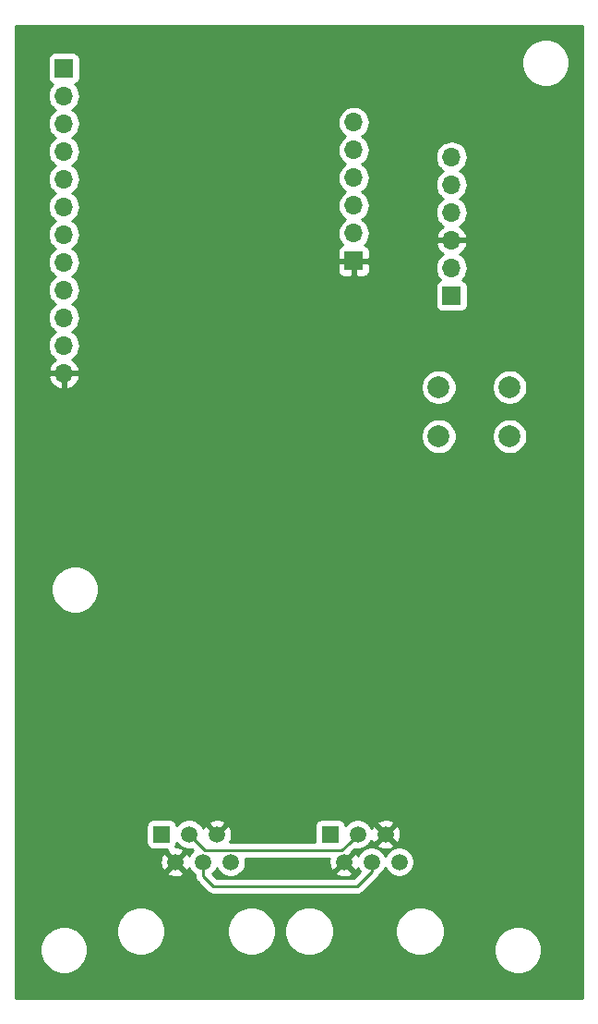
<source format=gbr>
G04 #@! TF.GenerationSoftware,KiCad,Pcbnew,(5.1.4)-1*
G04 #@! TF.CreationDate,2019-11-01T17:51:28+00:00*
G04 #@! TF.ProjectId,canbus_boiler_switch,63616e62-7573-45f6-926f-696c65725f73,rev?*
G04 #@! TF.SameCoordinates,Original*
G04 #@! TF.FileFunction,Copper,L2,Bot*
G04 #@! TF.FilePolarity,Positive*
%FSLAX46Y46*%
G04 Gerber Fmt 4.6, Leading zero omitted, Abs format (unit mm)*
G04 Created by KiCad (PCBNEW (5.1.4)-1) date 2019-11-01 17:51:28*
%MOMM*%
%LPD*%
G04 APERTURE LIST*
%ADD10O,1.700000X1.700000*%
%ADD11R,1.700000X1.700000*%
%ADD12R,1.520000X1.520000*%
%ADD13C,1.520000*%
%ADD14C,2.000000*%
%ADD15C,0.800000*%
%ADD16C,0.250000*%
%ADD17C,0.254000*%
G04 APERTURE END LIST*
D10*
X81450000Y-135000000D03*
X81450000Y-137540000D03*
X81450000Y-140080000D03*
X81450000Y-142620000D03*
X81450000Y-145160000D03*
D11*
X81450000Y-147700000D03*
D12*
X63820000Y-200214000D03*
D13*
X65090000Y-202754000D03*
X66360000Y-200214000D03*
X67630000Y-202754000D03*
X68900000Y-200214000D03*
X70170000Y-202754000D03*
D12*
X79290000Y-200214000D03*
D13*
X80560000Y-202754000D03*
X81830000Y-200214000D03*
X83100000Y-202754000D03*
X84370000Y-200214000D03*
X85640000Y-202754000D03*
D14*
X89258000Y-163758000D03*
X89258000Y-159258000D03*
X95758000Y-163758000D03*
X95758000Y-159258000D03*
D10*
X54864000Y-157988000D03*
X54864000Y-155448000D03*
X54864000Y-152908000D03*
X54864000Y-150368000D03*
X54864000Y-147828000D03*
X54864000Y-145288000D03*
X54864000Y-142748000D03*
X54864000Y-140208000D03*
X54864000Y-137668000D03*
X54864000Y-135128000D03*
X54864000Y-132588000D03*
D11*
X54864000Y-130048000D03*
D10*
X90424000Y-138176000D03*
X90424000Y-140716000D03*
X90424000Y-143256000D03*
X90424000Y-145796000D03*
X90424000Y-148336000D03*
D11*
X90424000Y-150876000D03*
D15*
X68580000Y-163576000D03*
X68580000Y-165100000D03*
X81788000Y-195326000D03*
X79756000Y-195326000D03*
X77724000Y-195326000D03*
X77500000Y-137500000D03*
X78950000Y-137500000D03*
D16*
X81070001Y-200973999D02*
X81830000Y-200214000D01*
X80375001Y-201668999D02*
X81070001Y-200973999D01*
X67814999Y-201668999D02*
X80375001Y-201668999D01*
X66360000Y-200214000D02*
X67814999Y-201668999D01*
X83100000Y-203666000D02*
X83100000Y-202754000D01*
X81788000Y-204978000D02*
X83100000Y-203666000D01*
X68580000Y-204978000D02*
X81788000Y-204978000D01*
X67630000Y-202754000D02*
X67630000Y-204028000D01*
X67630000Y-204028000D02*
X68580000Y-204978000D01*
D17*
G36*
X102464001Y-215240000D02*
G01*
X50444000Y-215240000D01*
X50444000Y-210603970D01*
X52670613Y-210603970D01*
X52670613Y-211036030D01*
X52754904Y-211459787D01*
X52920246Y-211858958D01*
X53160285Y-212218203D01*
X53465797Y-212523715D01*
X53825042Y-212763754D01*
X54224213Y-212929096D01*
X54647970Y-213013387D01*
X55080030Y-213013387D01*
X55503787Y-212929096D01*
X55902958Y-212763754D01*
X56262203Y-212523715D01*
X56567715Y-212218203D01*
X56807754Y-211858958D01*
X56973096Y-211459787D01*
X57057387Y-211036030D01*
X57057387Y-210603970D01*
X56973096Y-210180213D01*
X56807754Y-209781042D01*
X56567715Y-209421797D01*
X56262203Y-209116285D01*
X55910686Y-208881409D01*
X59650000Y-208881409D01*
X59650000Y-209326591D01*
X59736851Y-209763218D01*
X59907214Y-210174511D01*
X60154544Y-210544666D01*
X60469334Y-210859456D01*
X60839489Y-211106786D01*
X61250782Y-211277149D01*
X61687409Y-211364000D01*
X62132591Y-211364000D01*
X62569218Y-211277149D01*
X62980511Y-211106786D01*
X63350666Y-210859456D01*
X63665456Y-210544666D01*
X63912786Y-210174511D01*
X64083149Y-209763218D01*
X64170000Y-209326591D01*
X64170000Y-208881409D01*
X69810000Y-208881409D01*
X69810000Y-209326591D01*
X69896851Y-209763218D01*
X70067214Y-210174511D01*
X70314544Y-210544666D01*
X70629334Y-210859456D01*
X70999489Y-211106786D01*
X71410782Y-211277149D01*
X71847409Y-211364000D01*
X72292591Y-211364000D01*
X72729218Y-211277149D01*
X73140511Y-211106786D01*
X73510666Y-210859456D01*
X73825456Y-210544666D01*
X74072786Y-210174511D01*
X74243149Y-209763218D01*
X74330000Y-209326591D01*
X74330000Y-208881409D01*
X75120000Y-208881409D01*
X75120000Y-209326591D01*
X75206851Y-209763218D01*
X75377214Y-210174511D01*
X75624544Y-210544666D01*
X75939334Y-210859456D01*
X76309489Y-211106786D01*
X76720782Y-211277149D01*
X77157409Y-211364000D01*
X77602591Y-211364000D01*
X78039218Y-211277149D01*
X78450511Y-211106786D01*
X78820666Y-210859456D01*
X79135456Y-210544666D01*
X79382786Y-210174511D01*
X79553149Y-209763218D01*
X79640000Y-209326591D01*
X79640000Y-208881409D01*
X85280000Y-208881409D01*
X85280000Y-209326591D01*
X85366851Y-209763218D01*
X85537214Y-210174511D01*
X85784544Y-210544666D01*
X86099334Y-210859456D01*
X86469489Y-211106786D01*
X86880782Y-211277149D01*
X87317409Y-211364000D01*
X87762591Y-211364000D01*
X88199218Y-211277149D01*
X88610511Y-211106786D01*
X88980666Y-210859456D01*
X89238212Y-210601910D01*
X94305692Y-210601910D01*
X94305692Y-211038090D01*
X94390787Y-211465890D01*
X94557706Y-211868868D01*
X94800035Y-212231539D01*
X95108461Y-212539965D01*
X95471132Y-212782294D01*
X95874110Y-212949213D01*
X96301910Y-213034308D01*
X96738090Y-213034308D01*
X97165890Y-212949213D01*
X97568868Y-212782294D01*
X97931539Y-212539965D01*
X98239965Y-212231539D01*
X98482294Y-211868868D01*
X98649213Y-211465890D01*
X98734308Y-211038090D01*
X98734308Y-210601910D01*
X98649213Y-210174110D01*
X98482294Y-209771132D01*
X98239965Y-209408461D01*
X97931539Y-209100035D01*
X97568868Y-208857706D01*
X97165890Y-208690787D01*
X96738090Y-208605692D01*
X96301910Y-208605692D01*
X95874110Y-208690787D01*
X95471132Y-208857706D01*
X95108461Y-209100035D01*
X94800035Y-209408461D01*
X94557706Y-209771132D01*
X94390787Y-210174110D01*
X94305692Y-210601910D01*
X89238212Y-210601910D01*
X89295456Y-210544666D01*
X89542786Y-210174511D01*
X89713149Y-209763218D01*
X89800000Y-209326591D01*
X89800000Y-208881409D01*
X89713149Y-208444782D01*
X89542786Y-208033489D01*
X89295456Y-207663334D01*
X88980666Y-207348544D01*
X88610511Y-207101214D01*
X88199218Y-206930851D01*
X87762591Y-206844000D01*
X87317409Y-206844000D01*
X86880782Y-206930851D01*
X86469489Y-207101214D01*
X86099334Y-207348544D01*
X85784544Y-207663334D01*
X85537214Y-208033489D01*
X85366851Y-208444782D01*
X85280000Y-208881409D01*
X79640000Y-208881409D01*
X79553149Y-208444782D01*
X79382786Y-208033489D01*
X79135456Y-207663334D01*
X78820666Y-207348544D01*
X78450511Y-207101214D01*
X78039218Y-206930851D01*
X77602591Y-206844000D01*
X77157409Y-206844000D01*
X76720782Y-206930851D01*
X76309489Y-207101214D01*
X75939334Y-207348544D01*
X75624544Y-207663334D01*
X75377214Y-208033489D01*
X75206851Y-208444782D01*
X75120000Y-208881409D01*
X74330000Y-208881409D01*
X74243149Y-208444782D01*
X74072786Y-208033489D01*
X73825456Y-207663334D01*
X73510666Y-207348544D01*
X73140511Y-207101214D01*
X72729218Y-206930851D01*
X72292591Y-206844000D01*
X71847409Y-206844000D01*
X71410782Y-206930851D01*
X70999489Y-207101214D01*
X70629334Y-207348544D01*
X70314544Y-207663334D01*
X70067214Y-208033489D01*
X69896851Y-208444782D01*
X69810000Y-208881409D01*
X64170000Y-208881409D01*
X64083149Y-208444782D01*
X63912786Y-208033489D01*
X63665456Y-207663334D01*
X63350666Y-207348544D01*
X62980511Y-207101214D01*
X62569218Y-206930851D01*
X62132591Y-206844000D01*
X61687409Y-206844000D01*
X61250782Y-206930851D01*
X60839489Y-207101214D01*
X60469334Y-207348544D01*
X60154544Y-207663334D01*
X59907214Y-208033489D01*
X59736851Y-208444782D01*
X59650000Y-208881409D01*
X55910686Y-208881409D01*
X55902958Y-208876246D01*
X55503787Y-208710904D01*
X55080030Y-208626613D01*
X54647970Y-208626613D01*
X54224213Y-208710904D01*
X53825042Y-208876246D01*
X53465797Y-209116285D01*
X53160285Y-209421797D01*
X52920246Y-209781042D01*
X52754904Y-210180213D01*
X52670613Y-210603970D01*
X50444000Y-210603970D01*
X50444000Y-203718137D01*
X64305469Y-203718137D01*
X64372206Y-203958025D01*
X64620892Y-204074924D01*
X64887606Y-204141061D01*
X65162097Y-204153895D01*
X65433817Y-204112931D01*
X65692326Y-204019744D01*
X65807794Y-203958025D01*
X65874531Y-203718137D01*
X65090000Y-202933605D01*
X64305469Y-203718137D01*
X50444000Y-203718137D01*
X50444000Y-202826097D01*
X63690105Y-202826097D01*
X63731069Y-203097817D01*
X63824256Y-203356326D01*
X63885975Y-203471794D01*
X64125863Y-203538531D01*
X64910395Y-202754000D01*
X64125863Y-201969469D01*
X63885975Y-202036206D01*
X63769076Y-202284892D01*
X63702939Y-202551606D01*
X63690105Y-202826097D01*
X50444000Y-202826097D01*
X50444000Y-199454000D01*
X62421928Y-199454000D01*
X62421928Y-200974000D01*
X62434188Y-201098482D01*
X62470498Y-201218180D01*
X62529463Y-201328494D01*
X62608815Y-201425185D01*
X62705506Y-201504537D01*
X62815820Y-201563502D01*
X62935518Y-201599812D01*
X63060000Y-201612072D01*
X64354931Y-201612072D01*
X64305469Y-201789863D01*
X65090000Y-202574395D01*
X65874531Y-201789863D01*
X65807794Y-201549975D01*
X65559108Y-201433076D01*
X65292394Y-201366939D01*
X65086872Y-201357330D01*
X65110537Y-201328494D01*
X65169502Y-201218180D01*
X65205812Y-201098482D01*
X65214474Y-201010533D01*
X65276433Y-201103261D01*
X65470739Y-201297567D01*
X65699220Y-201450233D01*
X65953093Y-201555391D01*
X66222604Y-201609000D01*
X66497396Y-201609000D01*
X66649870Y-201578671D01*
X66741274Y-201670076D01*
X66740739Y-201670433D01*
X66546433Y-201864739D01*
X66393767Y-202093220D01*
X66362170Y-202169501D01*
X66355744Y-202151674D01*
X66294025Y-202036206D01*
X66054137Y-201969469D01*
X65269605Y-202754000D01*
X66054137Y-203538531D01*
X66294025Y-203471794D01*
X66359600Y-203332293D01*
X66393767Y-203414780D01*
X66546433Y-203643261D01*
X66740739Y-203837567D01*
X66870001Y-203923937D01*
X66870001Y-203990668D01*
X66866324Y-204028000D01*
X66870001Y-204065333D01*
X66880998Y-204176986D01*
X66893439Y-204218000D01*
X66924454Y-204320246D01*
X66995026Y-204452276D01*
X67066201Y-204539002D01*
X67090000Y-204568001D01*
X67118998Y-204591799D01*
X68016201Y-205489003D01*
X68039999Y-205518001D01*
X68068997Y-205541799D01*
X68155723Y-205612974D01*
X68287753Y-205683546D01*
X68431014Y-205727003D01*
X68542667Y-205738000D01*
X68542677Y-205738000D01*
X68580000Y-205741676D01*
X68617323Y-205738000D01*
X81750678Y-205738000D01*
X81788000Y-205741676D01*
X81825322Y-205738000D01*
X81825333Y-205738000D01*
X81936986Y-205727003D01*
X82080247Y-205683546D01*
X82212276Y-205612974D01*
X82328001Y-205518001D01*
X82351804Y-205488997D01*
X83611004Y-204229798D01*
X83640001Y-204206001D01*
X83734974Y-204090276D01*
X83803821Y-203961474D01*
X83989261Y-203837567D01*
X84183567Y-203643261D01*
X84336233Y-203414780D01*
X84370000Y-203333260D01*
X84403767Y-203414780D01*
X84556433Y-203643261D01*
X84750739Y-203837567D01*
X84979220Y-203990233D01*
X85233093Y-204095391D01*
X85502604Y-204149000D01*
X85777396Y-204149000D01*
X86046907Y-204095391D01*
X86300780Y-203990233D01*
X86529261Y-203837567D01*
X86723567Y-203643261D01*
X86876233Y-203414780D01*
X86981391Y-203160907D01*
X87035000Y-202891396D01*
X87035000Y-202616604D01*
X86981391Y-202347093D01*
X86876233Y-202093220D01*
X86723567Y-201864739D01*
X86529261Y-201670433D01*
X86300780Y-201517767D01*
X86046907Y-201412609D01*
X85777396Y-201359000D01*
X85502604Y-201359000D01*
X85233093Y-201412609D01*
X84979220Y-201517767D01*
X84750739Y-201670433D01*
X84556433Y-201864739D01*
X84403767Y-202093220D01*
X84370000Y-202174740D01*
X84336233Y-202093220D01*
X84183567Y-201864739D01*
X83989261Y-201670433D01*
X83760780Y-201517767D01*
X83506907Y-201412609D01*
X83237396Y-201359000D01*
X82962604Y-201359000D01*
X82693093Y-201412609D01*
X82439220Y-201517767D01*
X82210739Y-201670433D01*
X82016433Y-201864739D01*
X81863767Y-202093220D01*
X81832170Y-202169501D01*
X81825744Y-202151674D01*
X81764025Y-202036206D01*
X81524137Y-201969469D01*
X80739605Y-202754000D01*
X81524137Y-203538531D01*
X81764025Y-203471794D01*
X81829600Y-203332293D01*
X81863767Y-203414780D01*
X82016433Y-203643261D01*
X82032185Y-203659013D01*
X81473199Y-204218000D01*
X68894802Y-204218000D01*
X68516328Y-203839527D01*
X68519261Y-203837567D01*
X68713567Y-203643261D01*
X68866233Y-203414780D01*
X68900000Y-203333260D01*
X68933767Y-203414780D01*
X69086433Y-203643261D01*
X69280739Y-203837567D01*
X69509220Y-203990233D01*
X69763093Y-204095391D01*
X70032604Y-204149000D01*
X70307396Y-204149000D01*
X70576907Y-204095391D01*
X70830780Y-203990233D01*
X71059261Y-203837567D01*
X71178691Y-203718137D01*
X79775469Y-203718137D01*
X79842206Y-203958025D01*
X80090892Y-204074924D01*
X80357606Y-204141061D01*
X80632097Y-204153895D01*
X80903817Y-204112931D01*
X81162326Y-204019744D01*
X81277794Y-203958025D01*
X81344531Y-203718137D01*
X80560000Y-202933605D01*
X79775469Y-203718137D01*
X71178691Y-203718137D01*
X71253567Y-203643261D01*
X71406233Y-203414780D01*
X71511391Y-203160907D01*
X71565000Y-202891396D01*
X71565000Y-202616604D01*
X71527683Y-202428999D01*
X79203342Y-202428999D01*
X79172939Y-202551606D01*
X79160105Y-202826097D01*
X79201069Y-203097817D01*
X79294256Y-203356326D01*
X79355975Y-203471794D01*
X79595863Y-203538531D01*
X80380395Y-202754000D01*
X80366253Y-202739858D01*
X80545858Y-202560252D01*
X80560000Y-202574395D01*
X81344531Y-201789863D01*
X81341137Y-201777665D01*
X81540131Y-201578671D01*
X81692604Y-201609000D01*
X81967396Y-201609000D01*
X82236907Y-201555391D01*
X82490780Y-201450233D01*
X82719261Y-201297567D01*
X82838691Y-201178137D01*
X83585469Y-201178137D01*
X83652206Y-201418025D01*
X83900892Y-201534924D01*
X84167606Y-201601061D01*
X84442097Y-201613895D01*
X84713817Y-201572931D01*
X84972326Y-201479744D01*
X85087794Y-201418025D01*
X85154531Y-201178137D01*
X84370000Y-200393605D01*
X83585469Y-201178137D01*
X82838691Y-201178137D01*
X82913567Y-201103261D01*
X83066233Y-200874780D01*
X83097830Y-200798499D01*
X83104256Y-200816326D01*
X83165975Y-200931794D01*
X83405863Y-200998531D01*
X84190395Y-200214000D01*
X84549605Y-200214000D01*
X85334137Y-200998531D01*
X85574025Y-200931794D01*
X85690924Y-200683108D01*
X85757061Y-200416394D01*
X85769895Y-200141903D01*
X85728931Y-199870183D01*
X85635744Y-199611674D01*
X85574025Y-199496206D01*
X85334137Y-199429469D01*
X84549605Y-200214000D01*
X84190395Y-200214000D01*
X83405863Y-199429469D01*
X83165975Y-199496206D01*
X83100400Y-199635707D01*
X83066233Y-199553220D01*
X82913567Y-199324739D01*
X82838691Y-199249863D01*
X83585469Y-199249863D01*
X84370000Y-200034395D01*
X85154531Y-199249863D01*
X85087794Y-199009975D01*
X84839108Y-198893076D01*
X84572394Y-198826939D01*
X84297903Y-198814105D01*
X84026183Y-198855069D01*
X83767674Y-198948256D01*
X83652206Y-199009975D01*
X83585469Y-199249863D01*
X82838691Y-199249863D01*
X82719261Y-199130433D01*
X82490780Y-198977767D01*
X82236907Y-198872609D01*
X81967396Y-198819000D01*
X81692604Y-198819000D01*
X81423093Y-198872609D01*
X81169220Y-198977767D01*
X80940739Y-199130433D01*
X80746433Y-199324739D01*
X80684474Y-199417467D01*
X80675812Y-199329518D01*
X80639502Y-199209820D01*
X80580537Y-199099506D01*
X80501185Y-199002815D01*
X80404494Y-198923463D01*
X80294180Y-198864498D01*
X80174482Y-198828188D01*
X80050000Y-198815928D01*
X78530000Y-198815928D01*
X78405518Y-198828188D01*
X78285820Y-198864498D01*
X78175506Y-198923463D01*
X78078815Y-199002815D01*
X77999463Y-199099506D01*
X77940498Y-199209820D01*
X77904188Y-199329518D01*
X77891928Y-199454000D01*
X77891928Y-200908999D01*
X70114740Y-200908999D01*
X70220924Y-200683108D01*
X70287061Y-200416394D01*
X70299895Y-200141903D01*
X70258931Y-199870183D01*
X70165744Y-199611674D01*
X70104025Y-199496206D01*
X69864137Y-199429469D01*
X69079605Y-200214000D01*
X69093748Y-200228142D01*
X68914142Y-200407748D01*
X68900000Y-200393605D01*
X68885858Y-200407748D01*
X68706252Y-200228142D01*
X68720395Y-200214000D01*
X67935863Y-199429469D01*
X67695975Y-199496206D01*
X67630400Y-199635707D01*
X67596233Y-199553220D01*
X67443567Y-199324739D01*
X67368691Y-199249863D01*
X68115469Y-199249863D01*
X68900000Y-200034395D01*
X69684531Y-199249863D01*
X69617794Y-199009975D01*
X69369108Y-198893076D01*
X69102394Y-198826939D01*
X68827903Y-198814105D01*
X68556183Y-198855069D01*
X68297674Y-198948256D01*
X68182206Y-199009975D01*
X68115469Y-199249863D01*
X67368691Y-199249863D01*
X67249261Y-199130433D01*
X67020780Y-198977767D01*
X66766907Y-198872609D01*
X66497396Y-198819000D01*
X66222604Y-198819000D01*
X65953093Y-198872609D01*
X65699220Y-198977767D01*
X65470739Y-199130433D01*
X65276433Y-199324739D01*
X65214474Y-199417467D01*
X65205812Y-199329518D01*
X65169502Y-199209820D01*
X65110537Y-199099506D01*
X65031185Y-199002815D01*
X64934494Y-198923463D01*
X64824180Y-198864498D01*
X64704482Y-198828188D01*
X64580000Y-198815928D01*
X63060000Y-198815928D01*
X62935518Y-198828188D01*
X62815820Y-198864498D01*
X62705506Y-198923463D01*
X62608815Y-199002815D01*
X62529463Y-199099506D01*
X62470498Y-199209820D01*
X62434188Y-199329518D01*
X62421928Y-199454000D01*
X50444000Y-199454000D01*
X50444000Y-177583970D01*
X53686613Y-177583970D01*
X53686613Y-178016030D01*
X53770904Y-178439787D01*
X53936246Y-178838958D01*
X54176285Y-179198203D01*
X54481797Y-179503715D01*
X54841042Y-179743754D01*
X55240213Y-179909096D01*
X55663970Y-179993387D01*
X56096030Y-179993387D01*
X56519787Y-179909096D01*
X56918958Y-179743754D01*
X57278203Y-179503715D01*
X57583715Y-179198203D01*
X57823754Y-178838958D01*
X57989096Y-178439787D01*
X58073387Y-178016030D01*
X58073387Y-177583970D01*
X57989096Y-177160213D01*
X57823754Y-176761042D01*
X57583715Y-176401797D01*
X57278203Y-176096285D01*
X56918958Y-175856246D01*
X56519787Y-175690904D01*
X56096030Y-175606613D01*
X55663970Y-175606613D01*
X55240213Y-175690904D01*
X54841042Y-175856246D01*
X54481797Y-176096285D01*
X54176285Y-176401797D01*
X53936246Y-176761042D01*
X53770904Y-177160213D01*
X53686613Y-177583970D01*
X50444000Y-177583970D01*
X50444000Y-163596967D01*
X87623000Y-163596967D01*
X87623000Y-163919033D01*
X87685832Y-164234912D01*
X87809082Y-164532463D01*
X87988013Y-164800252D01*
X88215748Y-165027987D01*
X88483537Y-165206918D01*
X88781088Y-165330168D01*
X89096967Y-165393000D01*
X89419033Y-165393000D01*
X89734912Y-165330168D01*
X90032463Y-165206918D01*
X90300252Y-165027987D01*
X90527987Y-164800252D01*
X90706918Y-164532463D01*
X90830168Y-164234912D01*
X90893000Y-163919033D01*
X90893000Y-163596967D01*
X94123000Y-163596967D01*
X94123000Y-163919033D01*
X94185832Y-164234912D01*
X94309082Y-164532463D01*
X94488013Y-164800252D01*
X94715748Y-165027987D01*
X94983537Y-165206918D01*
X95281088Y-165330168D01*
X95596967Y-165393000D01*
X95919033Y-165393000D01*
X96234912Y-165330168D01*
X96532463Y-165206918D01*
X96800252Y-165027987D01*
X97027987Y-164800252D01*
X97206918Y-164532463D01*
X97330168Y-164234912D01*
X97393000Y-163919033D01*
X97393000Y-163596967D01*
X97330168Y-163281088D01*
X97206918Y-162983537D01*
X97027987Y-162715748D01*
X96800252Y-162488013D01*
X96532463Y-162309082D01*
X96234912Y-162185832D01*
X95919033Y-162123000D01*
X95596967Y-162123000D01*
X95281088Y-162185832D01*
X94983537Y-162309082D01*
X94715748Y-162488013D01*
X94488013Y-162715748D01*
X94309082Y-162983537D01*
X94185832Y-163281088D01*
X94123000Y-163596967D01*
X90893000Y-163596967D01*
X90830168Y-163281088D01*
X90706918Y-162983537D01*
X90527987Y-162715748D01*
X90300252Y-162488013D01*
X90032463Y-162309082D01*
X89734912Y-162185832D01*
X89419033Y-162123000D01*
X89096967Y-162123000D01*
X88781088Y-162185832D01*
X88483537Y-162309082D01*
X88215748Y-162488013D01*
X87988013Y-162715748D01*
X87809082Y-162983537D01*
X87685832Y-163281088D01*
X87623000Y-163596967D01*
X50444000Y-163596967D01*
X50444000Y-158344890D01*
X53422524Y-158344890D01*
X53467175Y-158492099D01*
X53592359Y-158754920D01*
X53766412Y-158988269D01*
X53982645Y-159183178D01*
X54232748Y-159332157D01*
X54507109Y-159429481D01*
X54737000Y-159308814D01*
X54737000Y-158115000D01*
X54991000Y-158115000D01*
X54991000Y-159308814D01*
X55220891Y-159429481D01*
X55495252Y-159332157D01*
X55745355Y-159183178D01*
X55840997Y-159096967D01*
X87623000Y-159096967D01*
X87623000Y-159419033D01*
X87685832Y-159734912D01*
X87809082Y-160032463D01*
X87988013Y-160300252D01*
X88215748Y-160527987D01*
X88483537Y-160706918D01*
X88781088Y-160830168D01*
X89096967Y-160893000D01*
X89419033Y-160893000D01*
X89734912Y-160830168D01*
X90032463Y-160706918D01*
X90300252Y-160527987D01*
X90527987Y-160300252D01*
X90706918Y-160032463D01*
X90830168Y-159734912D01*
X90893000Y-159419033D01*
X90893000Y-159096967D01*
X94123000Y-159096967D01*
X94123000Y-159419033D01*
X94185832Y-159734912D01*
X94309082Y-160032463D01*
X94488013Y-160300252D01*
X94715748Y-160527987D01*
X94983537Y-160706918D01*
X95281088Y-160830168D01*
X95596967Y-160893000D01*
X95919033Y-160893000D01*
X96234912Y-160830168D01*
X96532463Y-160706918D01*
X96800252Y-160527987D01*
X97027987Y-160300252D01*
X97206918Y-160032463D01*
X97330168Y-159734912D01*
X97393000Y-159419033D01*
X97393000Y-159096967D01*
X97330168Y-158781088D01*
X97206918Y-158483537D01*
X97027987Y-158215748D01*
X96800252Y-157988013D01*
X96532463Y-157809082D01*
X96234912Y-157685832D01*
X95919033Y-157623000D01*
X95596967Y-157623000D01*
X95281088Y-157685832D01*
X94983537Y-157809082D01*
X94715748Y-157988013D01*
X94488013Y-158215748D01*
X94309082Y-158483537D01*
X94185832Y-158781088D01*
X94123000Y-159096967D01*
X90893000Y-159096967D01*
X90830168Y-158781088D01*
X90706918Y-158483537D01*
X90527987Y-158215748D01*
X90300252Y-157988013D01*
X90032463Y-157809082D01*
X89734912Y-157685832D01*
X89419033Y-157623000D01*
X89096967Y-157623000D01*
X88781088Y-157685832D01*
X88483537Y-157809082D01*
X88215748Y-157988013D01*
X87988013Y-158215748D01*
X87809082Y-158483537D01*
X87685832Y-158781088D01*
X87623000Y-159096967D01*
X55840997Y-159096967D01*
X55961588Y-158988269D01*
X56135641Y-158754920D01*
X56260825Y-158492099D01*
X56305476Y-158344890D01*
X56184155Y-158115000D01*
X54991000Y-158115000D01*
X54737000Y-158115000D01*
X53543845Y-158115000D01*
X53422524Y-158344890D01*
X50444000Y-158344890D01*
X50444000Y-132588000D01*
X53371815Y-132588000D01*
X53400487Y-132879111D01*
X53485401Y-133159034D01*
X53623294Y-133417014D01*
X53808866Y-133643134D01*
X54034986Y-133828706D01*
X54089791Y-133858000D01*
X54034986Y-133887294D01*
X53808866Y-134072866D01*
X53623294Y-134298986D01*
X53485401Y-134556966D01*
X53400487Y-134836889D01*
X53371815Y-135128000D01*
X53400487Y-135419111D01*
X53485401Y-135699034D01*
X53623294Y-135957014D01*
X53808866Y-136183134D01*
X54034986Y-136368706D01*
X54089791Y-136398000D01*
X54034986Y-136427294D01*
X53808866Y-136612866D01*
X53623294Y-136838986D01*
X53485401Y-137096966D01*
X53400487Y-137376889D01*
X53371815Y-137668000D01*
X53400487Y-137959111D01*
X53485401Y-138239034D01*
X53623294Y-138497014D01*
X53808866Y-138723134D01*
X54034986Y-138908706D01*
X54089791Y-138938000D01*
X54034986Y-138967294D01*
X53808866Y-139152866D01*
X53623294Y-139378986D01*
X53485401Y-139636966D01*
X53400487Y-139916889D01*
X53371815Y-140208000D01*
X53400487Y-140499111D01*
X53485401Y-140779034D01*
X53623294Y-141037014D01*
X53808866Y-141263134D01*
X54034986Y-141448706D01*
X54089791Y-141478000D01*
X54034986Y-141507294D01*
X53808866Y-141692866D01*
X53623294Y-141918986D01*
X53485401Y-142176966D01*
X53400487Y-142456889D01*
X53371815Y-142748000D01*
X53400487Y-143039111D01*
X53485401Y-143319034D01*
X53623294Y-143577014D01*
X53808866Y-143803134D01*
X54034986Y-143988706D01*
X54089791Y-144018000D01*
X54034986Y-144047294D01*
X53808866Y-144232866D01*
X53623294Y-144458986D01*
X53485401Y-144716966D01*
X53400487Y-144996889D01*
X53371815Y-145288000D01*
X53400487Y-145579111D01*
X53485401Y-145859034D01*
X53623294Y-146117014D01*
X53808866Y-146343134D01*
X54034986Y-146528706D01*
X54089791Y-146558000D01*
X54034986Y-146587294D01*
X53808866Y-146772866D01*
X53623294Y-146998986D01*
X53485401Y-147256966D01*
X53400487Y-147536889D01*
X53371815Y-147828000D01*
X53400487Y-148119111D01*
X53485401Y-148399034D01*
X53623294Y-148657014D01*
X53808866Y-148883134D01*
X54034986Y-149068706D01*
X54089791Y-149098000D01*
X54034986Y-149127294D01*
X53808866Y-149312866D01*
X53623294Y-149538986D01*
X53485401Y-149796966D01*
X53400487Y-150076889D01*
X53371815Y-150368000D01*
X53400487Y-150659111D01*
X53485401Y-150939034D01*
X53623294Y-151197014D01*
X53808866Y-151423134D01*
X54034986Y-151608706D01*
X54089791Y-151638000D01*
X54034986Y-151667294D01*
X53808866Y-151852866D01*
X53623294Y-152078986D01*
X53485401Y-152336966D01*
X53400487Y-152616889D01*
X53371815Y-152908000D01*
X53400487Y-153199111D01*
X53485401Y-153479034D01*
X53623294Y-153737014D01*
X53808866Y-153963134D01*
X54034986Y-154148706D01*
X54089791Y-154178000D01*
X54034986Y-154207294D01*
X53808866Y-154392866D01*
X53623294Y-154618986D01*
X53485401Y-154876966D01*
X53400487Y-155156889D01*
X53371815Y-155448000D01*
X53400487Y-155739111D01*
X53485401Y-156019034D01*
X53623294Y-156277014D01*
X53808866Y-156503134D01*
X54034986Y-156688706D01*
X54099523Y-156723201D01*
X53982645Y-156792822D01*
X53766412Y-156987731D01*
X53592359Y-157221080D01*
X53467175Y-157483901D01*
X53422524Y-157631110D01*
X53543845Y-157861000D01*
X54737000Y-157861000D01*
X54737000Y-157841000D01*
X54991000Y-157841000D01*
X54991000Y-157861000D01*
X56184155Y-157861000D01*
X56305476Y-157631110D01*
X56260825Y-157483901D01*
X56135641Y-157221080D01*
X55961588Y-156987731D01*
X55745355Y-156792822D01*
X55628477Y-156723201D01*
X55693014Y-156688706D01*
X55919134Y-156503134D01*
X56104706Y-156277014D01*
X56242599Y-156019034D01*
X56327513Y-155739111D01*
X56356185Y-155448000D01*
X56327513Y-155156889D01*
X56242599Y-154876966D01*
X56104706Y-154618986D01*
X55919134Y-154392866D01*
X55693014Y-154207294D01*
X55638209Y-154178000D01*
X55693014Y-154148706D01*
X55919134Y-153963134D01*
X56104706Y-153737014D01*
X56242599Y-153479034D01*
X56327513Y-153199111D01*
X56356185Y-152908000D01*
X56327513Y-152616889D01*
X56242599Y-152336966D01*
X56104706Y-152078986D01*
X55919134Y-151852866D01*
X55693014Y-151667294D01*
X55638209Y-151638000D01*
X55693014Y-151608706D01*
X55919134Y-151423134D01*
X56104706Y-151197014D01*
X56242599Y-150939034D01*
X56327513Y-150659111D01*
X56356185Y-150368000D01*
X56327513Y-150076889D01*
X56242599Y-149796966D01*
X56104706Y-149538986D01*
X55919134Y-149312866D01*
X55693014Y-149127294D01*
X55638209Y-149098000D01*
X55693014Y-149068706D01*
X55919134Y-148883134D01*
X56104706Y-148657014D01*
X56161906Y-148550000D01*
X79961928Y-148550000D01*
X79974188Y-148674482D01*
X80010498Y-148794180D01*
X80069463Y-148904494D01*
X80148815Y-149001185D01*
X80245506Y-149080537D01*
X80355820Y-149139502D01*
X80475518Y-149175812D01*
X80600000Y-149188072D01*
X81164250Y-149185000D01*
X81323000Y-149026250D01*
X81323000Y-147827000D01*
X81577000Y-147827000D01*
X81577000Y-149026250D01*
X81735750Y-149185000D01*
X82300000Y-149188072D01*
X82424482Y-149175812D01*
X82544180Y-149139502D01*
X82654494Y-149080537D01*
X82751185Y-149001185D01*
X82830537Y-148904494D01*
X82889502Y-148794180D01*
X82925812Y-148674482D01*
X82938072Y-148550000D01*
X82936907Y-148336000D01*
X88931815Y-148336000D01*
X88960487Y-148627111D01*
X89045401Y-148907034D01*
X89183294Y-149165014D01*
X89368866Y-149391134D01*
X89398687Y-149415607D01*
X89329820Y-149436498D01*
X89219506Y-149495463D01*
X89122815Y-149574815D01*
X89043463Y-149671506D01*
X88984498Y-149781820D01*
X88948188Y-149901518D01*
X88935928Y-150026000D01*
X88935928Y-151726000D01*
X88948188Y-151850482D01*
X88984498Y-151970180D01*
X89043463Y-152080494D01*
X89122815Y-152177185D01*
X89219506Y-152256537D01*
X89329820Y-152315502D01*
X89449518Y-152351812D01*
X89574000Y-152364072D01*
X91274000Y-152364072D01*
X91398482Y-152351812D01*
X91518180Y-152315502D01*
X91628494Y-152256537D01*
X91725185Y-152177185D01*
X91804537Y-152080494D01*
X91863502Y-151970180D01*
X91899812Y-151850482D01*
X91912072Y-151726000D01*
X91912072Y-150026000D01*
X91899812Y-149901518D01*
X91863502Y-149781820D01*
X91804537Y-149671506D01*
X91725185Y-149574815D01*
X91628494Y-149495463D01*
X91518180Y-149436498D01*
X91449313Y-149415607D01*
X91479134Y-149391134D01*
X91664706Y-149165014D01*
X91802599Y-148907034D01*
X91887513Y-148627111D01*
X91916185Y-148336000D01*
X91887513Y-148044889D01*
X91802599Y-147764966D01*
X91664706Y-147506986D01*
X91479134Y-147280866D01*
X91253014Y-147095294D01*
X91188477Y-147060799D01*
X91305355Y-146991178D01*
X91521588Y-146796269D01*
X91695641Y-146562920D01*
X91820825Y-146300099D01*
X91865476Y-146152890D01*
X91744155Y-145923000D01*
X90551000Y-145923000D01*
X90551000Y-145943000D01*
X90297000Y-145943000D01*
X90297000Y-145923000D01*
X89103845Y-145923000D01*
X88982524Y-146152890D01*
X89027175Y-146300099D01*
X89152359Y-146562920D01*
X89326412Y-146796269D01*
X89542645Y-146991178D01*
X89659523Y-147060799D01*
X89594986Y-147095294D01*
X89368866Y-147280866D01*
X89183294Y-147506986D01*
X89045401Y-147764966D01*
X88960487Y-148044889D01*
X88931815Y-148336000D01*
X82936907Y-148336000D01*
X82935000Y-147985750D01*
X82776250Y-147827000D01*
X81577000Y-147827000D01*
X81323000Y-147827000D01*
X80123750Y-147827000D01*
X79965000Y-147985750D01*
X79961928Y-148550000D01*
X56161906Y-148550000D01*
X56242599Y-148399034D01*
X56327513Y-148119111D01*
X56356185Y-147828000D01*
X56327513Y-147536889D01*
X56242599Y-147256966D01*
X56104706Y-146998986D01*
X55919134Y-146772866D01*
X55693014Y-146587294D01*
X55638209Y-146558000D01*
X55693014Y-146528706D01*
X55919134Y-146343134D01*
X56104706Y-146117014D01*
X56242599Y-145859034D01*
X56327513Y-145579111D01*
X56356185Y-145288000D01*
X56327513Y-144996889D01*
X56242599Y-144716966D01*
X56104706Y-144458986D01*
X55919134Y-144232866D01*
X55693014Y-144047294D01*
X55638209Y-144018000D01*
X55693014Y-143988706D01*
X55919134Y-143803134D01*
X56104706Y-143577014D01*
X56242599Y-143319034D01*
X56327513Y-143039111D01*
X56356185Y-142748000D01*
X56327513Y-142456889D01*
X56242599Y-142176966D01*
X56104706Y-141918986D01*
X55919134Y-141692866D01*
X55693014Y-141507294D01*
X55638209Y-141478000D01*
X55693014Y-141448706D01*
X55919134Y-141263134D01*
X56104706Y-141037014D01*
X56242599Y-140779034D01*
X56327513Y-140499111D01*
X56356185Y-140208000D01*
X56327513Y-139916889D01*
X56242599Y-139636966D01*
X56104706Y-139378986D01*
X55919134Y-139152866D01*
X55693014Y-138967294D01*
X55638209Y-138938000D01*
X55693014Y-138908706D01*
X55919134Y-138723134D01*
X56104706Y-138497014D01*
X56242599Y-138239034D01*
X56327513Y-137959111D01*
X56356185Y-137668000D01*
X56327513Y-137376889D01*
X56242599Y-137096966D01*
X56104706Y-136838986D01*
X55919134Y-136612866D01*
X55693014Y-136427294D01*
X55638209Y-136398000D01*
X55693014Y-136368706D01*
X55919134Y-136183134D01*
X56104706Y-135957014D01*
X56242599Y-135699034D01*
X56327513Y-135419111D01*
X56356185Y-135128000D01*
X56343579Y-135000000D01*
X79957815Y-135000000D01*
X79986487Y-135291111D01*
X80071401Y-135571034D01*
X80209294Y-135829014D01*
X80394866Y-136055134D01*
X80620986Y-136240706D01*
X80675791Y-136270000D01*
X80620986Y-136299294D01*
X80394866Y-136484866D01*
X80209294Y-136710986D01*
X80071401Y-136968966D01*
X79986487Y-137248889D01*
X79957815Y-137540000D01*
X79986487Y-137831111D01*
X80071401Y-138111034D01*
X80209294Y-138369014D01*
X80394866Y-138595134D01*
X80620986Y-138780706D01*
X80675791Y-138810000D01*
X80620986Y-138839294D01*
X80394866Y-139024866D01*
X80209294Y-139250986D01*
X80071401Y-139508966D01*
X79986487Y-139788889D01*
X79957815Y-140080000D01*
X79986487Y-140371111D01*
X80071401Y-140651034D01*
X80209294Y-140909014D01*
X80394866Y-141135134D01*
X80620986Y-141320706D01*
X80675791Y-141350000D01*
X80620986Y-141379294D01*
X80394866Y-141564866D01*
X80209294Y-141790986D01*
X80071401Y-142048966D01*
X79986487Y-142328889D01*
X79957815Y-142620000D01*
X79986487Y-142911111D01*
X80071401Y-143191034D01*
X80209294Y-143449014D01*
X80394866Y-143675134D01*
X80620986Y-143860706D01*
X80675791Y-143890000D01*
X80620986Y-143919294D01*
X80394866Y-144104866D01*
X80209294Y-144330986D01*
X80071401Y-144588966D01*
X79986487Y-144868889D01*
X79957815Y-145160000D01*
X79986487Y-145451111D01*
X80071401Y-145731034D01*
X80209294Y-145989014D01*
X80394866Y-146215134D01*
X80424687Y-146239607D01*
X80355820Y-146260498D01*
X80245506Y-146319463D01*
X80148815Y-146398815D01*
X80069463Y-146495506D01*
X80010498Y-146605820D01*
X79974188Y-146725518D01*
X79961928Y-146850000D01*
X79965000Y-147414250D01*
X80123750Y-147573000D01*
X81323000Y-147573000D01*
X81323000Y-147553000D01*
X81577000Y-147553000D01*
X81577000Y-147573000D01*
X82776250Y-147573000D01*
X82935000Y-147414250D01*
X82938072Y-146850000D01*
X82925812Y-146725518D01*
X82889502Y-146605820D01*
X82830537Y-146495506D01*
X82751185Y-146398815D01*
X82654494Y-146319463D01*
X82544180Y-146260498D01*
X82475313Y-146239607D01*
X82505134Y-146215134D01*
X82690706Y-145989014D01*
X82828599Y-145731034D01*
X82913513Y-145451111D01*
X82942185Y-145160000D01*
X82913513Y-144868889D01*
X82828599Y-144588966D01*
X82690706Y-144330986D01*
X82505134Y-144104866D01*
X82279014Y-143919294D01*
X82224209Y-143890000D01*
X82279014Y-143860706D01*
X82505134Y-143675134D01*
X82690706Y-143449014D01*
X82828599Y-143191034D01*
X82913513Y-142911111D01*
X82942185Y-142620000D01*
X82913513Y-142328889D01*
X82828599Y-142048966D01*
X82690706Y-141790986D01*
X82505134Y-141564866D01*
X82279014Y-141379294D01*
X82224209Y-141350000D01*
X82279014Y-141320706D01*
X82505134Y-141135134D01*
X82690706Y-140909014D01*
X82828599Y-140651034D01*
X82913513Y-140371111D01*
X82942185Y-140080000D01*
X82913513Y-139788889D01*
X82828599Y-139508966D01*
X82690706Y-139250986D01*
X82505134Y-139024866D01*
X82279014Y-138839294D01*
X82224209Y-138810000D01*
X82279014Y-138780706D01*
X82505134Y-138595134D01*
X82690706Y-138369014D01*
X82793873Y-138176000D01*
X88931815Y-138176000D01*
X88960487Y-138467111D01*
X89045401Y-138747034D01*
X89183294Y-139005014D01*
X89368866Y-139231134D01*
X89594986Y-139416706D01*
X89649791Y-139446000D01*
X89594986Y-139475294D01*
X89368866Y-139660866D01*
X89183294Y-139886986D01*
X89045401Y-140144966D01*
X88960487Y-140424889D01*
X88931815Y-140716000D01*
X88960487Y-141007111D01*
X89045401Y-141287034D01*
X89183294Y-141545014D01*
X89368866Y-141771134D01*
X89594986Y-141956706D01*
X89649791Y-141986000D01*
X89594986Y-142015294D01*
X89368866Y-142200866D01*
X89183294Y-142426986D01*
X89045401Y-142684966D01*
X88960487Y-142964889D01*
X88931815Y-143256000D01*
X88960487Y-143547111D01*
X89045401Y-143827034D01*
X89183294Y-144085014D01*
X89368866Y-144311134D01*
X89594986Y-144496706D01*
X89659523Y-144531201D01*
X89542645Y-144600822D01*
X89326412Y-144795731D01*
X89152359Y-145029080D01*
X89027175Y-145291901D01*
X88982524Y-145439110D01*
X89103845Y-145669000D01*
X90297000Y-145669000D01*
X90297000Y-145649000D01*
X90551000Y-145649000D01*
X90551000Y-145669000D01*
X91744155Y-145669000D01*
X91865476Y-145439110D01*
X91820825Y-145291901D01*
X91695641Y-145029080D01*
X91521588Y-144795731D01*
X91305355Y-144600822D01*
X91188477Y-144531201D01*
X91253014Y-144496706D01*
X91479134Y-144311134D01*
X91664706Y-144085014D01*
X91802599Y-143827034D01*
X91887513Y-143547111D01*
X91916185Y-143256000D01*
X91887513Y-142964889D01*
X91802599Y-142684966D01*
X91664706Y-142426986D01*
X91479134Y-142200866D01*
X91253014Y-142015294D01*
X91198209Y-141986000D01*
X91253014Y-141956706D01*
X91479134Y-141771134D01*
X91664706Y-141545014D01*
X91802599Y-141287034D01*
X91887513Y-141007111D01*
X91916185Y-140716000D01*
X91887513Y-140424889D01*
X91802599Y-140144966D01*
X91664706Y-139886986D01*
X91479134Y-139660866D01*
X91253014Y-139475294D01*
X91198209Y-139446000D01*
X91253014Y-139416706D01*
X91479134Y-139231134D01*
X91664706Y-139005014D01*
X91802599Y-138747034D01*
X91887513Y-138467111D01*
X91916185Y-138176000D01*
X91887513Y-137884889D01*
X91802599Y-137604966D01*
X91664706Y-137346986D01*
X91479134Y-137120866D01*
X91253014Y-136935294D01*
X90995034Y-136797401D01*
X90715111Y-136712487D01*
X90496950Y-136691000D01*
X90351050Y-136691000D01*
X90132889Y-136712487D01*
X89852966Y-136797401D01*
X89594986Y-136935294D01*
X89368866Y-137120866D01*
X89183294Y-137346986D01*
X89045401Y-137604966D01*
X88960487Y-137884889D01*
X88931815Y-138176000D01*
X82793873Y-138176000D01*
X82828599Y-138111034D01*
X82913513Y-137831111D01*
X82942185Y-137540000D01*
X82913513Y-137248889D01*
X82828599Y-136968966D01*
X82690706Y-136710986D01*
X82505134Y-136484866D01*
X82279014Y-136299294D01*
X82224209Y-136270000D01*
X82279014Y-136240706D01*
X82505134Y-136055134D01*
X82690706Y-135829014D01*
X82828599Y-135571034D01*
X82913513Y-135291111D01*
X82942185Y-135000000D01*
X82913513Y-134708889D01*
X82828599Y-134428966D01*
X82690706Y-134170986D01*
X82505134Y-133944866D01*
X82279014Y-133759294D01*
X82021034Y-133621401D01*
X81741111Y-133536487D01*
X81522950Y-133515000D01*
X81377050Y-133515000D01*
X81158889Y-133536487D01*
X80878966Y-133621401D01*
X80620986Y-133759294D01*
X80394866Y-133944866D01*
X80209294Y-134170986D01*
X80071401Y-134428966D01*
X79986487Y-134708889D01*
X79957815Y-135000000D01*
X56343579Y-135000000D01*
X56327513Y-134836889D01*
X56242599Y-134556966D01*
X56104706Y-134298986D01*
X55919134Y-134072866D01*
X55693014Y-133887294D01*
X55638209Y-133858000D01*
X55693014Y-133828706D01*
X55919134Y-133643134D01*
X56104706Y-133417014D01*
X56242599Y-133159034D01*
X56327513Y-132879111D01*
X56356185Y-132588000D01*
X56327513Y-132296889D01*
X56242599Y-132016966D01*
X56104706Y-131758986D01*
X55919134Y-131532866D01*
X55889313Y-131508393D01*
X55958180Y-131487502D01*
X56068494Y-131428537D01*
X56165185Y-131349185D01*
X56244537Y-131252494D01*
X56303502Y-131142180D01*
X56339812Y-131022482D01*
X56352072Y-130898000D01*
X56352072Y-129321910D01*
X96845692Y-129321910D01*
X96845692Y-129758090D01*
X96930787Y-130185890D01*
X97097706Y-130588868D01*
X97340035Y-130951539D01*
X97648461Y-131259965D01*
X98011132Y-131502294D01*
X98414110Y-131669213D01*
X98841910Y-131754308D01*
X99278090Y-131754308D01*
X99705890Y-131669213D01*
X100108868Y-131502294D01*
X100471539Y-131259965D01*
X100779965Y-130951539D01*
X101022294Y-130588868D01*
X101189213Y-130185890D01*
X101274308Y-129758090D01*
X101274308Y-129321910D01*
X101189213Y-128894110D01*
X101022294Y-128491132D01*
X100779965Y-128128461D01*
X100471539Y-127820035D01*
X100108868Y-127577706D01*
X99705890Y-127410787D01*
X99278090Y-127325692D01*
X98841910Y-127325692D01*
X98414110Y-127410787D01*
X98011132Y-127577706D01*
X97648461Y-127820035D01*
X97340035Y-128128461D01*
X97097706Y-128491132D01*
X96930787Y-128894110D01*
X96845692Y-129321910D01*
X56352072Y-129321910D01*
X56352072Y-129198000D01*
X56339812Y-129073518D01*
X56303502Y-128953820D01*
X56244537Y-128843506D01*
X56165185Y-128746815D01*
X56068494Y-128667463D01*
X55958180Y-128608498D01*
X55838482Y-128572188D01*
X55714000Y-128559928D01*
X54014000Y-128559928D01*
X53889518Y-128572188D01*
X53769820Y-128608498D01*
X53659506Y-128667463D01*
X53562815Y-128746815D01*
X53483463Y-128843506D01*
X53424498Y-128953820D01*
X53388188Y-129073518D01*
X53375928Y-129198000D01*
X53375928Y-130898000D01*
X53388188Y-131022482D01*
X53424498Y-131142180D01*
X53483463Y-131252494D01*
X53562815Y-131349185D01*
X53659506Y-131428537D01*
X53769820Y-131487502D01*
X53838687Y-131508393D01*
X53808866Y-131532866D01*
X53623294Y-131758986D01*
X53485401Y-132016966D01*
X53400487Y-132296889D01*
X53371815Y-132588000D01*
X50444000Y-132588000D01*
X50444000Y-126136000D01*
X102464000Y-126136000D01*
X102464001Y-215240000D01*
X102464001Y-215240000D01*
G37*
X102464001Y-215240000D02*
X50444000Y-215240000D01*
X50444000Y-210603970D01*
X52670613Y-210603970D01*
X52670613Y-211036030D01*
X52754904Y-211459787D01*
X52920246Y-211858958D01*
X53160285Y-212218203D01*
X53465797Y-212523715D01*
X53825042Y-212763754D01*
X54224213Y-212929096D01*
X54647970Y-213013387D01*
X55080030Y-213013387D01*
X55503787Y-212929096D01*
X55902958Y-212763754D01*
X56262203Y-212523715D01*
X56567715Y-212218203D01*
X56807754Y-211858958D01*
X56973096Y-211459787D01*
X57057387Y-211036030D01*
X57057387Y-210603970D01*
X56973096Y-210180213D01*
X56807754Y-209781042D01*
X56567715Y-209421797D01*
X56262203Y-209116285D01*
X55910686Y-208881409D01*
X59650000Y-208881409D01*
X59650000Y-209326591D01*
X59736851Y-209763218D01*
X59907214Y-210174511D01*
X60154544Y-210544666D01*
X60469334Y-210859456D01*
X60839489Y-211106786D01*
X61250782Y-211277149D01*
X61687409Y-211364000D01*
X62132591Y-211364000D01*
X62569218Y-211277149D01*
X62980511Y-211106786D01*
X63350666Y-210859456D01*
X63665456Y-210544666D01*
X63912786Y-210174511D01*
X64083149Y-209763218D01*
X64170000Y-209326591D01*
X64170000Y-208881409D01*
X69810000Y-208881409D01*
X69810000Y-209326591D01*
X69896851Y-209763218D01*
X70067214Y-210174511D01*
X70314544Y-210544666D01*
X70629334Y-210859456D01*
X70999489Y-211106786D01*
X71410782Y-211277149D01*
X71847409Y-211364000D01*
X72292591Y-211364000D01*
X72729218Y-211277149D01*
X73140511Y-211106786D01*
X73510666Y-210859456D01*
X73825456Y-210544666D01*
X74072786Y-210174511D01*
X74243149Y-209763218D01*
X74330000Y-209326591D01*
X74330000Y-208881409D01*
X75120000Y-208881409D01*
X75120000Y-209326591D01*
X75206851Y-209763218D01*
X75377214Y-210174511D01*
X75624544Y-210544666D01*
X75939334Y-210859456D01*
X76309489Y-211106786D01*
X76720782Y-211277149D01*
X77157409Y-211364000D01*
X77602591Y-211364000D01*
X78039218Y-211277149D01*
X78450511Y-211106786D01*
X78820666Y-210859456D01*
X79135456Y-210544666D01*
X79382786Y-210174511D01*
X79553149Y-209763218D01*
X79640000Y-209326591D01*
X79640000Y-208881409D01*
X85280000Y-208881409D01*
X85280000Y-209326591D01*
X85366851Y-209763218D01*
X85537214Y-210174511D01*
X85784544Y-210544666D01*
X86099334Y-210859456D01*
X86469489Y-211106786D01*
X86880782Y-211277149D01*
X87317409Y-211364000D01*
X87762591Y-211364000D01*
X88199218Y-211277149D01*
X88610511Y-211106786D01*
X88980666Y-210859456D01*
X89238212Y-210601910D01*
X94305692Y-210601910D01*
X94305692Y-211038090D01*
X94390787Y-211465890D01*
X94557706Y-211868868D01*
X94800035Y-212231539D01*
X95108461Y-212539965D01*
X95471132Y-212782294D01*
X95874110Y-212949213D01*
X96301910Y-213034308D01*
X96738090Y-213034308D01*
X97165890Y-212949213D01*
X97568868Y-212782294D01*
X97931539Y-212539965D01*
X98239965Y-212231539D01*
X98482294Y-211868868D01*
X98649213Y-211465890D01*
X98734308Y-211038090D01*
X98734308Y-210601910D01*
X98649213Y-210174110D01*
X98482294Y-209771132D01*
X98239965Y-209408461D01*
X97931539Y-209100035D01*
X97568868Y-208857706D01*
X97165890Y-208690787D01*
X96738090Y-208605692D01*
X96301910Y-208605692D01*
X95874110Y-208690787D01*
X95471132Y-208857706D01*
X95108461Y-209100035D01*
X94800035Y-209408461D01*
X94557706Y-209771132D01*
X94390787Y-210174110D01*
X94305692Y-210601910D01*
X89238212Y-210601910D01*
X89295456Y-210544666D01*
X89542786Y-210174511D01*
X89713149Y-209763218D01*
X89800000Y-209326591D01*
X89800000Y-208881409D01*
X89713149Y-208444782D01*
X89542786Y-208033489D01*
X89295456Y-207663334D01*
X88980666Y-207348544D01*
X88610511Y-207101214D01*
X88199218Y-206930851D01*
X87762591Y-206844000D01*
X87317409Y-206844000D01*
X86880782Y-206930851D01*
X86469489Y-207101214D01*
X86099334Y-207348544D01*
X85784544Y-207663334D01*
X85537214Y-208033489D01*
X85366851Y-208444782D01*
X85280000Y-208881409D01*
X79640000Y-208881409D01*
X79553149Y-208444782D01*
X79382786Y-208033489D01*
X79135456Y-207663334D01*
X78820666Y-207348544D01*
X78450511Y-207101214D01*
X78039218Y-206930851D01*
X77602591Y-206844000D01*
X77157409Y-206844000D01*
X76720782Y-206930851D01*
X76309489Y-207101214D01*
X75939334Y-207348544D01*
X75624544Y-207663334D01*
X75377214Y-208033489D01*
X75206851Y-208444782D01*
X75120000Y-208881409D01*
X74330000Y-208881409D01*
X74243149Y-208444782D01*
X74072786Y-208033489D01*
X73825456Y-207663334D01*
X73510666Y-207348544D01*
X73140511Y-207101214D01*
X72729218Y-206930851D01*
X72292591Y-206844000D01*
X71847409Y-206844000D01*
X71410782Y-206930851D01*
X70999489Y-207101214D01*
X70629334Y-207348544D01*
X70314544Y-207663334D01*
X70067214Y-208033489D01*
X69896851Y-208444782D01*
X69810000Y-208881409D01*
X64170000Y-208881409D01*
X64083149Y-208444782D01*
X63912786Y-208033489D01*
X63665456Y-207663334D01*
X63350666Y-207348544D01*
X62980511Y-207101214D01*
X62569218Y-206930851D01*
X62132591Y-206844000D01*
X61687409Y-206844000D01*
X61250782Y-206930851D01*
X60839489Y-207101214D01*
X60469334Y-207348544D01*
X60154544Y-207663334D01*
X59907214Y-208033489D01*
X59736851Y-208444782D01*
X59650000Y-208881409D01*
X55910686Y-208881409D01*
X55902958Y-208876246D01*
X55503787Y-208710904D01*
X55080030Y-208626613D01*
X54647970Y-208626613D01*
X54224213Y-208710904D01*
X53825042Y-208876246D01*
X53465797Y-209116285D01*
X53160285Y-209421797D01*
X52920246Y-209781042D01*
X52754904Y-210180213D01*
X52670613Y-210603970D01*
X50444000Y-210603970D01*
X50444000Y-203718137D01*
X64305469Y-203718137D01*
X64372206Y-203958025D01*
X64620892Y-204074924D01*
X64887606Y-204141061D01*
X65162097Y-204153895D01*
X65433817Y-204112931D01*
X65692326Y-204019744D01*
X65807794Y-203958025D01*
X65874531Y-203718137D01*
X65090000Y-202933605D01*
X64305469Y-203718137D01*
X50444000Y-203718137D01*
X50444000Y-202826097D01*
X63690105Y-202826097D01*
X63731069Y-203097817D01*
X63824256Y-203356326D01*
X63885975Y-203471794D01*
X64125863Y-203538531D01*
X64910395Y-202754000D01*
X64125863Y-201969469D01*
X63885975Y-202036206D01*
X63769076Y-202284892D01*
X63702939Y-202551606D01*
X63690105Y-202826097D01*
X50444000Y-202826097D01*
X50444000Y-199454000D01*
X62421928Y-199454000D01*
X62421928Y-200974000D01*
X62434188Y-201098482D01*
X62470498Y-201218180D01*
X62529463Y-201328494D01*
X62608815Y-201425185D01*
X62705506Y-201504537D01*
X62815820Y-201563502D01*
X62935518Y-201599812D01*
X63060000Y-201612072D01*
X64354931Y-201612072D01*
X64305469Y-201789863D01*
X65090000Y-202574395D01*
X65874531Y-201789863D01*
X65807794Y-201549975D01*
X65559108Y-201433076D01*
X65292394Y-201366939D01*
X65086872Y-201357330D01*
X65110537Y-201328494D01*
X65169502Y-201218180D01*
X65205812Y-201098482D01*
X65214474Y-201010533D01*
X65276433Y-201103261D01*
X65470739Y-201297567D01*
X65699220Y-201450233D01*
X65953093Y-201555391D01*
X66222604Y-201609000D01*
X66497396Y-201609000D01*
X66649870Y-201578671D01*
X66741274Y-201670076D01*
X66740739Y-201670433D01*
X66546433Y-201864739D01*
X66393767Y-202093220D01*
X66362170Y-202169501D01*
X66355744Y-202151674D01*
X66294025Y-202036206D01*
X66054137Y-201969469D01*
X65269605Y-202754000D01*
X66054137Y-203538531D01*
X66294025Y-203471794D01*
X66359600Y-203332293D01*
X66393767Y-203414780D01*
X66546433Y-203643261D01*
X66740739Y-203837567D01*
X66870001Y-203923937D01*
X66870001Y-203990668D01*
X66866324Y-204028000D01*
X66870001Y-204065333D01*
X66880998Y-204176986D01*
X66893439Y-204218000D01*
X66924454Y-204320246D01*
X66995026Y-204452276D01*
X67066201Y-204539002D01*
X67090000Y-204568001D01*
X67118998Y-204591799D01*
X68016201Y-205489003D01*
X68039999Y-205518001D01*
X68068997Y-205541799D01*
X68155723Y-205612974D01*
X68287753Y-205683546D01*
X68431014Y-205727003D01*
X68542667Y-205738000D01*
X68542677Y-205738000D01*
X68580000Y-205741676D01*
X68617323Y-205738000D01*
X81750678Y-205738000D01*
X81788000Y-205741676D01*
X81825322Y-205738000D01*
X81825333Y-205738000D01*
X81936986Y-205727003D01*
X82080247Y-205683546D01*
X82212276Y-205612974D01*
X82328001Y-205518001D01*
X82351804Y-205488997D01*
X83611004Y-204229798D01*
X83640001Y-204206001D01*
X83734974Y-204090276D01*
X83803821Y-203961474D01*
X83989261Y-203837567D01*
X84183567Y-203643261D01*
X84336233Y-203414780D01*
X84370000Y-203333260D01*
X84403767Y-203414780D01*
X84556433Y-203643261D01*
X84750739Y-203837567D01*
X84979220Y-203990233D01*
X85233093Y-204095391D01*
X85502604Y-204149000D01*
X85777396Y-204149000D01*
X86046907Y-204095391D01*
X86300780Y-203990233D01*
X86529261Y-203837567D01*
X86723567Y-203643261D01*
X86876233Y-203414780D01*
X86981391Y-203160907D01*
X87035000Y-202891396D01*
X87035000Y-202616604D01*
X86981391Y-202347093D01*
X86876233Y-202093220D01*
X86723567Y-201864739D01*
X86529261Y-201670433D01*
X86300780Y-201517767D01*
X86046907Y-201412609D01*
X85777396Y-201359000D01*
X85502604Y-201359000D01*
X85233093Y-201412609D01*
X84979220Y-201517767D01*
X84750739Y-201670433D01*
X84556433Y-201864739D01*
X84403767Y-202093220D01*
X84370000Y-202174740D01*
X84336233Y-202093220D01*
X84183567Y-201864739D01*
X83989261Y-201670433D01*
X83760780Y-201517767D01*
X83506907Y-201412609D01*
X83237396Y-201359000D01*
X82962604Y-201359000D01*
X82693093Y-201412609D01*
X82439220Y-201517767D01*
X82210739Y-201670433D01*
X82016433Y-201864739D01*
X81863767Y-202093220D01*
X81832170Y-202169501D01*
X81825744Y-202151674D01*
X81764025Y-202036206D01*
X81524137Y-201969469D01*
X80739605Y-202754000D01*
X81524137Y-203538531D01*
X81764025Y-203471794D01*
X81829600Y-203332293D01*
X81863767Y-203414780D01*
X82016433Y-203643261D01*
X82032185Y-203659013D01*
X81473199Y-204218000D01*
X68894802Y-204218000D01*
X68516328Y-203839527D01*
X68519261Y-203837567D01*
X68713567Y-203643261D01*
X68866233Y-203414780D01*
X68900000Y-203333260D01*
X68933767Y-203414780D01*
X69086433Y-203643261D01*
X69280739Y-203837567D01*
X69509220Y-203990233D01*
X69763093Y-204095391D01*
X70032604Y-204149000D01*
X70307396Y-204149000D01*
X70576907Y-204095391D01*
X70830780Y-203990233D01*
X71059261Y-203837567D01*
X71178691Y-203718137D01*
X79775469Y-203718137D01*
X79842206Y-203958025D01*
X80090892Y-204074924D01*
X80357606Y-204141061D01*
X80632097Y-204153895D01*
X80903817Y-204112931D01*
X81162326Y-204019744D01*
X81277794Y-203958025D01*
X81344531Y-203718137D01*
X80560000Y-202933605D01*
X79775469Y-203718137D01*
X71178691Y-203718137D01*
X71253567Y-203643261D01*
X71406233Y-203414780D01*
X71511391Y-203160907D01*
X71565000Y-202891396D01*
X71565000Y-202616604D01*
X71527683Y-202428999D01*
X79203342Y-202428999D01*
X79172939Y-202551606D01*
X79160105Y-202826097D01*
X79201069Y-203097817D01*
X79294256Y-203356326D01*
X79355975Y-203471794D01*
X79595863Y-203538531D01*
X80380395Y-202754000D01*
X80366253Y-202739858D01*
X80545858Y-202560252D01*
X80560000Y-202574395D01*
X81344531Y-201789863D01*
X81341137Y-201777665D01*
X81540131Y-201578671D01*
X81692604Y-201609000D01*
X81967396Y-201609000D01*
X82236907Y-201555391D01*
X82490780Y-201450233D01*
X82719261Y-201297567D01*
X82838691Y-201178137D01*
X83585469Y-201178137D01*
X83652206Y-201418025D01*
X83900892Y-201534924D01*
X84167606Y-201601061D01*
X84442097Y-201613895D01*
X84713817Y-201572931D01*
X84972326Y-201479744D01*
X85087794Y-201418025D01*
X85154531Y-201178137D01*
X84370000Y-200393605D01*
X83585469Y-201178137D01*
X82838691Y-201178137D01*
X82913567Y-201103261D01*
X83066233Y-200874780D01*
X83097830Y-200798499D01*
X83104256Y-200816326D01*
X83165975Y-200931794D01*
X83405863Y-200998531D01*
X84190395Y-200214000D01*
X84549605Y-200214000D01*
X85334137Y-200998531D01*
X85574025Y-200931794D01*
X85690924Y-200683108D01*
X85757061Y-200416394D01*
X85769895Y-200141903D01*
X85728931Y-199870183D01*
X85635744Y-199611674D01*
X85574025Y-199496206D01*
X85334137Y-199429469D01*
X84549605Y-200214000D01*
X84190395Y-200214000D01*
X83405863Y-199429469D01*
X83165975Y-199496206D01*
X83100400Y-199635707D01*
X83066233Y-199553220D01*
X82913567Y-199324739D01*
X82838691Y-199249863D01*
X83585469Y-199249863D01*
X84370000Y-200034395D01*
X85154531Y-199249863D01*
X85087794Y-199009975D01*
X84839108Y-198893076D01*
X84572394Y-198826939D01*
X84297903Y-198814105D01*
X84026183Y-198855069D01*
X83767674Y-198948256D01*
X83652206Y-199009975D01*
X83585469Y-199249863D01*
X82838691Y-199249863D01*
X82719261Y-199130433D01*
X82490780Y-198977767D01*
X82236907Y-198872609D01*
X81967396Y-198819000D01*
X81692604Y-198819000D01*
X81423093Y-198872609D01*
X81169220Y-198977767D01*
X80940739Y-199130433D01*
X80746433Y-199324739D01*
X80684474Y-199417467D01*
X80675812Y-199329518D01*
X80639502Y-199209820D01*
X80580537Y-199099506D01*
X80501185Y-199002815D01*
X80404494Y-198923463D01*
X80294180Y-198864498D01*
X80174482Y-198828188D01*
X80050000Y-198815928D01*
X78530000Y-198815928D01*
X78405518Y-198828188D01*
X78285820Y-198864498D01*
X78175506Y-198923463D01*
X78078815Y-199002815D01*
X77999463Y-199099506D01*
X77940498Y-199209820D01*
X77904188Y-199329518D01*
X77891928Y-199454000D01*
X77891928Y-200908999D01*
X70114740Y-200908999D01*
X70220924Y-200683108D01*
X70287061Y-200416394D01*
X70299895Y-200141903D01*
X70258931Y-199870183D01*
X70165744Y-199611674D01*
X70104025Y-199496206D01*
X69864137Y-199429469D01*
X69079605Y-200214000D01*
X69093748Y-200228142D01*
X68914142Y-200407748D01*
X68900000Y-200393605D01*
X68885858Y-200407748D01*
X68706252Y-200228142D01*
X68720395Y-200214000D01*
X67935863Y-199429469D01*
X67695975Y-199496206D01*
X67630400Y-199635707D01*
X67596233Y-199553220D01*
X67443567Y-199324739D01*
X67368691Y-199249863D01*
X68115469Y-199249863D01*
X68900000Y-200034395D01*
X69684531Y-199249863D01*
X69617794Y-199009975D01*
X69369108Y-198893076D01*
X69102394Y-198826939D01*
X68827903Y-198814105D01*
X68556183Y-198855069D01*
X68297674Y-198948256D01*
X68182206Y-199009975D01*
X68115469Y-199249863D01*
X67368691Y-199249863D01*
X67249261Y-199130433D01*
X67020780Y-198977767D01*
X66766907Y-198872609D01*
X66497396Y-198819000D01*
X66222604Y-198819000D01*
X65953093Y-198872609D01*
X65699220Y-198977767D01*
X65470739Y-199130433D01*
X65276433Y-199324739D01*
X65214474Y-199417467D01*
X65205812Y-199329518D01*
X65169502Y-199209820D01*
X65110537Y-199099506D01*
X65031185Y-199002815D01*
X64934494Y-198923463D01*
X64824180Y-198864498D01*
X64704482Y-198828188D01*
X64580000Y-198815928D01*
X63060000Y-198815928D01*
X62935518Y-198828188D01*
X62815820Y-198864498D01*
X62705506Y-198923463D01*
X62608815Y-199002815D01*
X62529463Y-199099506D01*
X62470498Y-199209820D01*
X62434188Y-199329518D01*
X62421928Y-199454000D01*
X50444000Y-199454000D01*
X50444000Y-177583970D01*
X53686613Y-177583970D01*
X53686613Y-178016030D01*
X53770904Y-178439787D01*
X53936246Y-178838958D01*
X54176285Y-179198203D01*
X54481797Y-179503715D01*
X54841042Y-179743754D01*
X55240213Y-179909096D01*
X55663970Y-179993387D01*
X56096030Y-179993387D01*
X56519787Y-179909096D01*
X56918958Y-179743754D01*
X57278203Y-179503715D01*
X57583715Y-179198203D01*
X57823754Y-178838958D01*
X57989096Y-178439787D01*
X58073387Y-178016030D01*
X58073387Y-177583970D01*
X57989096Y-177160213D01*
X57823754Y-176761042D01*
X57583715Y-176401797D01*
X57278203Y-176096285D01*
X56918958Y-175856246D01*
X56519787Y-175690904D01*
X56096030Y-175606613D01*
X55663970Y-175606613D01*
X55240213Y-175690904D01*
X54841042Y-175856246D01*
X54481797Y-176096285D01*
X54176285Y-176401797D01*
X53936246Y-176761042D01*
X53770904Y-177160213D01*
X53686613Y-177583970D01*
X50444000Y-177583970D01*
X50444000Y-163596967D01*
X87623000Y-163596967D01*
X87623000Y-163919033D01*
X87685832Y-164234912D01*
X87809082Y-164532463D01*
X87988013Y-164800252D01*
X88215748Y-165027987D01*
X88483537Y-165206918D01*
X88781088Y-165330168D01*
X89096967Y-165393000D01*
X89419033Y-165393000D01*
X89734912Y-165330168D01*
X90032463Y-165206918D01*
X90300252Y-165027987D01*
X90527987Y-164800252D01*
X90706918Y-164532463D01*
X90830168Y-164234912D01*
X90893000Y-163919033D01*
X90893000Y-163596967D01*
X94123000Y-163596967D01*
X94123000Y-163919033D01*
X94185832Y-164234912D01*
X94309082Y-164532463D01*
X94488013Y-164800252D01*
X94715748Y-165027987D01*
X94983537Y-165206918D01*
X95281088Y-165330168D01*
X95596967Y-165393000D01*
X95919033Y-165393000D01*
X96234912Y-165330168D01*
X96532463Y-165206918D01*
X96800252Y-165027987D01*
X97027987Y-164800252D01*
X97206918Y-164532463D01*
X97330168Y-164234912D01*
X97393000Y-163919033D01*
X97393000Y-163596967D01*
X97330168Y-163281088D01*
X97206918Y-162983537D01*
X97027987Y-162715748D01*
X96800252Y-162488013D01*
X96532463Y-162309082D01*
X96234912Y-162185832D01*
X95919033Y-162123000D01*
X95596967Y-162123000D01*
X95281088Y-162185832D01*
X94983537Y-162309082D01*
X94715748Y-162488013D01*
X94488013Y-162715748D01*
X94309082Y-162983537D01*
X94185832Y-163281088D01*
X94123000Y-163596967D01*
X90893000Y-163596967D01*
X90830168Y-163281088D01*
X90706918Y-162983537D01*
X90527987Y-162715748D01*
X90300252Y-162488013D01*
X90032463Y-162309082D01*
X89734912Y-162185832D01*
X89419033Y-162123000D01*
X89096967Y-162123000D01*
X88781088Y-162185832D01*
X88483537Y-162309082D01*
X88215748Y-162488013D01*
X87988013Y-162715748D01*
X87809082Y-162983537D01*
X87685832Y-163281088D01*
X87623000Y-163596967D01*
X50444000Y-163596967D01*
X50444000Y-158344890D01*
X53422524Y-158344890D01*
X53467175Y-158492099D01*
X53592359Y-158754920D01*
X53766412Y-158988269D01*
X53982645Y-159183178D01*
X54232748Y-159332157D01*
X54507109Y-159429481D01*
X54737000Y-159308814D01*
X54737000Y-158115000D01*
X54991000Y-158115000D01*
X54991000Y-159308814D01*
X55220891Y-159429481D01*
X55495252Y-159332157D01*
X55745355Y-159183178D01*
X55840997Y-159096967D01*
X87623000Y-159096967D01*
X87623000Y-159419033D01*
X87685832Y-159734912D01*
X87809082Y-160032463D01*
X87988013Y-160300252D01*
X88215748Y-160527987D01*
X88483537Y-160706918D01*
X88781088Y-160830168D01*
X89096967Y-160893000D01*
X89419033Y-160893000D01*
X89734912Y-160830168D01*
X90032463Y-160706918D01*
X90300252Y-160527987D01*
X90527987Y-160300252D01*
X90706918Y-160032463D01*
X90830168Y-159734912D01*
X90893000Y-159419033D01*
X90893000Y-159096967D01*
X94123000Y-159096967D01*
X94123000Y-159419033D01*
X94185832Y-159734912D01*
X94309082Y-160032463D01*
X94488013Y-160300252D01*
X94715748Y-160527987D01*
X94983537Y-160706918D01*
X95281088Y-160830168D01*
X95596967Y-160893000D01*
X95919033Y-160893000D01*
X96234912Y-160830168D01*
X96532463Y-160706918D01*
X96800252Y-160527987D01*
X97027987Y-160300252D01*
X97206918Y-160032463D01*
X97330168Y-159734912D01*
X97393000Y-159419033D01*
X97393000Y-159096967D01*
X97330168Y-158781088D01*
X97206918Y-158483537D01*
X97027987Y-158215748D01*
X96800252Y-157988013D01*
X96532463Y-157809082D01*
X96234912Y-157685832D01*
X95919033Y-157623000D01*
X95596967Y-157623000D01*
X95281088Y-157685832D01*
X94983537Y-157809082D01*
X94715748Y-157988013D01*
X94488013Y-158215748D01*
X94309082Y-158483537D01*
X94185832Y-158781088D01*
X94123000Y-159096967D01*
X90893000Y-159096967D01*
X90830168Y-158781088D01*
X90706918Y-158483537D01*
X90527987Y-158215748D01*
X90300252Y-157988013D01*
X90032463Y-157809082D01*
X89734912Y-157685832D01*
X89419033Y-157623000D01*
X89096967Y-157623000D01*
X88781088Y-157685832D01*
X88483537Y-157809082D01*
X88215748Y-157988013D01*
X87988013Y-158215748D01*
X87809082Y-158483537D01*
X87685832Y-158781088D01*
X87623000Y-159096967D01*
X55840997Y-159096967D01*
X55961588Y-158988269D01*
X56135641Y-158754920D01*
X56260825Y-158492099D01*
X56305476Y-158344890D01*
X56184155Y-158115000D01*
X54991000Y-158115000D01*
X54737000Y-158115000D01*
X53543845Y-158115000D01*
X53422524Y-158344890D01*
X50444000Y-158344890D01*
X50444000Y-132588000D01*
X53371815Y-132588000D01*
X53400487Y-132879111D01*
X53485401Y-133159034D01*
X53623294Y-133417014D01*
X53808866Y-133643134D01*
X54034986Y-133828706D01*
X54089791Y-133858000D01*
X54034986Y-133887294D01*
X53808866Y-134072866D01*
X53623294Y-134298986D01*
X53485401Y-134556966D01*
X53400487Y-134836889D01*
X53371815Y-135128000D01*
X53400487Y-135419111D01*
X53485401Y-135699034D01*
X53623294Y-135957014D01*
X53808866Y-136183134D01*
X54034986Y-136368706D01*
X54089791Y-136398000D01*
X54034986Y-136427294D01*
X53808866Y-136612866D01*
X53623294Y-136838986D01*
X53485401Y-137096966D01*
X53400487Y-137376889D01*
X53371815Y-137668000D01*
X53400487Y-137959111D01*
X53485401Y-138239034D01*
X53623294Y-138497014D01*
X53808866Y-138723134D01*
X54034986Y-138908706D01*
X54089791Y-138938000D01*
X54034986Y-138967294D01*
X53808866Y-139152866D01*
X53623294Y-139378986D01*
X53485401Y-139636966D01*
X53400487Y-139916889D01*
X53371815Y-140208000D01*
X53400487Y-140499111D01*
X53485401Y-140779034D01*
X53623294Y-141037014D01*
X53808866Y-141263134D01*
X54034986Y-141448706D01*
X54089791Y-141478000D01*
X54034986Y-141507294D01*
X53808866Y-141692866D01*
X53623294Y-141918986D01*
X53485401Y-142176966D01*
X53400487Y-142456889D01*
X53371815Y-142748000D01*
X53400487Y-143039111D01*
X53485401Y-143319034D01*
X53623294Y-143577014D01*
X53808866Y-143803134D01*
X54034986Y-143988706D01*
X54089791Y-144018000D01*
X54034986Y-144047294D01*
X53808866Y-144232866D01*
X53623294Y-144458986D01*
X53485401Y-144716966D01*
X53400487Y-144996889D01*
X53371815Y-145288000D01*
X53400487Y-145579111D01*
X53485401Y-145859034D01*
X53623294Y-146117014D01*
X53808866Y-146343134D01*
X54034986Y-146528706D01*
X54089791Y-146558000D01*
X54034986Y-146587294D01*
X53808866Y-146772866D01*
X53623294Y-146998986D01*
X53485401Y-147256966D01*
X53400487Y-147536889D01*
X53371815Y-147828000D01*
X53400487Y-148119111D01*
X53485401Y-148399034D01*
X53623294Y-148657014D01*
X53808866Y-148883134D01*
X54034986Y-149068706D01*
X54089791Y-149098000D01*
X54034986Y-149127294D01*
X53808866Y-149312866D01*
X53623294Y-149538986D01*
X53485401Y-149796966D01*
X53400487Y-150076889D01*
X53371815Y-150368000D01*
X53400487Y-150659111D01*
X53485401Y-150939034D01*
X53623294Y-151197014D01*
X53808866Y-151423134D01*
X54034986Y-151608706D01*
X54089791Y-151638000D01*
X54034986Y-151667294D01*
X53808866Y-151852866D01*
X53623294Y-152078986D01*
X53485401Y-152336966D01*
X53400487Y-152616889D01*
X53371815Y-152908000D01*
X53400487Y-153199111D01*
X53485401Y-153479034D01*
X53623294Y-153737014D01*
X53808866Y-153963134D01*
X54034986Y-154148706D01*
X54089791Y-154178000D01*
X54034986Y-154207294D01*
X53808866Y-154392866D01*
X53623294Y-154618986D01*
X53485401Y-154876966D01*
X53400487Y-155156889D01*
X53371815Y-155448000D01*
X53400487Y-155739111D01*
X53485401Y-156019034D01*
X53623294Y-156277014D01*
X53808866Y-156503134D01*
X54034986Y-156688706D01*
X54099523Y-156723201D01*
X53982645Y-156792822D01*
X53766412Y-156987731D01*
X53592359Y-157221080D01*
X53467175Y-157483901D01*
X53422524Y-157631110D01*
X53543845Y-157861000D01*
X54737000Y-157861000D01*
X54737000Y-157841000D01*
X54991000Y-157841000D01*
X54991000Y-157861000D01*
X56184155Y-157861000D01*
X56305476Y-157631110D01*
X56260825Y-157483901D01*
X56135641Y-157221080D01*
X55961588Y-156987731D01*
X55745355Y-156792822D01*
X55628477Y-156723201D01*
X55693014Y-156688706D01*
X55919134Y-156503134D01*
X56104706Y-156277014D01*
X56242599Y-156019034D01*
X56327513Y-155739111D01*
X56356185Y-155448000D01*
X56327513Y-155156889D01*
X56242599Y-154876966D01*
X56104706Y-154618986D01*
X55919134Y-154392866D01*
X55693014Y-154207294D01*
X55638209Y-154178000D01*
X55693014Y-154148706D01*
X55919134Y-153963134D01*
X56104706Y-153737014D01*
X56242599Y-153479034D01*
X56327513Y-153199111D01*
X56356185Y-152908000D01*
X56327513Y-152616889D01*
X56242599Y-152336966D01*
X56104706Y-152078986D01*
X55919134Y-151852866D01*
X55693014Y-151667294D01*
X55638209Y-151638000D01*
X55693014Y-151608706D01*
X55919134Y-151423134D01*
X56104706Y-151197014D01*
X56242599Y-150939034D01*
X56327513Y-150659111D01*
X56356185Y-150368000D01*
X56327513Y-150076889D01*
X56242599Y-149796966D01*
X56104706Y-149538986D01*
X55919134Y-149312866D01*
X55693014Y-149127294D01*
X55638209Y-149098000D01*
X55693014Y-149068706D01*
X55919134Y-148883134D01*
X56104706Y-148657014D01*
X56161906Y-148550000D01*
X79961928Y-148550000D01*
X79974188Y-148674482D01*
X80010498Y-148794180D01*
X80069463Y-148904494D01*
X80148815Y-149001185D01*
X80245506Y-149080537D01*
X80355820Y-149139502D01*
X80475518Y-149175812D01*
X80600000Y-149188072D01*
X81164250Y-149185000D01*
X81323000Y-149026250D01*
X81323000Y-147827000D01*
X81577000Y-147827000D01*
X81577000Y-149026250D01*
X81735750Y-149185000D01*
X82300000Y-149188072D01*
X82424482Y-149175812D01*
X82544180Y-149139502D01*
X82654494Y-149080537D01*
X82751185Y-149001185D01*
X82830537Y-148904494D01*
X82889502Y-148794180D01*
X82925812Y-148674482D01*
X82938072Y-148550000D01*
X82936907Y-148336000D01*
X88931815Y-148336000D01*
X88960487Y-148627111D01*
X89045401Y-148907034D01*
X89183294Y-149165014D01*
X89368866Y-149391134D01*
X89398687Y-149415607D01*
X89329820Y-149436498D01*
X89219506Y-149495463D01*
X89122815Y-149574815D01*
X89043463Y-149671506D01*
X88984498Y-149781820D01*
X88948188Y-149901518D01*
X88935928Y-150026000D01*
X88935928Y-151726000D01*
X88948188Y-151850482D01*
X88984498Y-151970180D01*
X89043463Y-152080494D01*
X89122815Y-152177185D01*
X89219506Y-152256537D01*
X89329820Y-152315502D01*
X89449518Y-152351812D01*
X89574000Y-152364072D01*
X91274000Y-152364072D01*
X91398482Y-152351812D01*
X91518180Y-152315502D01*
X91628494Y-152256537D01*
X91725185Y-152177185D01*
X91804537Y-152080494D01*
X91863502Y-151970180D01*
X91899812Y-151850482D01*
X91912072Y-151726000D01*
X91912072Y-150026000D01*
X91899812Y-149901518D01*
X91863502Y-149781820D01*
X91804537Y-149671506D01*
X91725185Y-149574815D01*
X91628494Y-149495463D01*
X91518180Y-149436498D01*
X91449313Y-149415607D01*
X91479134Y-149391134D01*
X91664706Y-149165014D01*
X91802599Y-148907034D01*
X91887513Y-148627111D01*
X91916185Y-148336000D01*
X91887513Y-148044889D01*
X91802599Y-147764966D01*
X91664706Y-147506986D01*
X91479134Y-147280866D01*
X91253014Y-147095294D01*
X91188477Y-147060799D01*
X91305355Y-146991178D01*
X91521588Y-146796269D01*
X91695641Y-146562920D01*
X91820825Y-146300099D01*
X91865476Y-146152890D01*
X91744155Y-145923000D01*
X90551000Y-145923000D01*
X90551000Y-145943000D01*
X90297000Y-145943000D01*
X90297000Y-145923000D01*
X89103845Y-145923000D01*
X88982524Y-146152890D01*
X89027175Y-146300099D01*
X89152359Y-146562920D01*
X89326412Y-146796269D01*
X89542645Y-146991178D01*
X89659523Y-147060799D01*
X89594986Y-147095294D01*
X89368866Y-147280866D01*
X89183294Y-147506986D01*
X89045401Y-147764966D01*
X88960487Y-148044889D01*
X88931815Y-148336000D01*
X82936907Y-148336000D01*
X82935000Y-147985750D01*
X82776250Y-147827000D01*
X81577000Y-147827000D01*
X81323000Y-147827000D01*
X80123750Y-147827000D01*
X79965000Y-147985750D01*
X79961928Y-148550000D01*
X56161906Y-148550000D01*
X56242599Y-148399034D01*
X56327513Y-148119111D01*
X56356185Y-147828000D01*
X56327513Y-147536889D01*
X56242599Y-147256966D01*
X56104706Y-146998986D01*
X55919134Y-146772866D01*
X55693014Y-146587294D01*
X55638209Y-146558000D01*
X55693014Y-146528706D01*
X55919134Y-146343134D01*
X56104706Y-146117014D01*
X56242599Y-145859034D01*
X56327513Y-145579111D01*
X56356185Y-145288000D01*
X56327513Y-144996889D01*
X56242599Y-144716966D01*
X56104706Y-144458986D01*
X55919134Y-144232866D01*
X55693014Y-144047294D01*
X55638209Y-144018000D01*
X55693014Y-143988706D01*
X55919134Y-143803134D01*
X56104706Y-143577014D01*
X56242599Y-143319034D01*
X56327513Y-143039111D01*
X56356185Y-142748000D01*
X56327513Y-142456889D01*
X56242599Y-142176966D01*
X56104706Y-141918986D01*
X55919134Y-141692866D01*
X55693014Y-141507294D01*
X55638209Y-141478000D01*
X55693014Y-141448706D01*
X55919134Y-141263134D01*
X56104706Y-141037014D01*
X56242599Y-140779034D01*
X56327513Y-140499111D01*
X56356185Y-140208000D01*
X56327513Y-139916889D01*
X56242599Y-139636966D01*
X56104706Y-139378986D01*
X55919134Y-139152866D01*
X55693014Y-138967294D01*
X55638209Y-138938000D01*
X55693014Y-138908706D01*
X55919134Y-138723134D01*
X56104706Y-138497014D01*
X56242599Y-138239034D01*
X56327513Y-137959111D01*
X56356185Y-137668000D01*
X56327513Y-137376889D01*
X56242599Y-137096966D01*
X56104706Y-136838986D01*
X55919134Y-136612866D01*
X55693014Y-136427294D01*
X55638209Y-136398000D01*
X55693014Y-136368706D01*
X55919134Y-136183134D01*
X56104706Y-135957014D01*
X56242599Y-135699034D01*
X56327513Y-135419111D01*
X56356185Y-135128000D01*
X56343579Y-135000000D01*
X79957815Y-135000000D01*
X79986487Y-135291111D01*
X80071401Y-135571034D01*
X80209294Y-135829014D01*
X80394866Y-136055134D01*
X80620986Y-136240706D01*
X80675791Y-136270000D01*
X80620986Y-136299294D01*
X80394866Y-136484866D01*
X80209294Y-136710986D01*
X80071401Y-136968966D01*
X79986487Y-137248889D01*
X79957815Y-137540000D01*
X79986487Y-137831111D01*
X80071401Y-138111034D01*
X80209294Y-138369014D01*
X80394866Y-138595134D01*
X80620986Y-138780706D01*
X80675791Y-138810000D01*
X80620986Y-138839294D01*
X80394866Y-139024866D01*
X80209294Y-139250986D01*
X80071401Y-139508966D01*
X79986487Y-139788889D01*
X79957815Y-140080000D01*
X79986487Y-140371111D01*
X80071401Y-140651034D01*
X80209294Y-140909014D01*
X80394866Y-141135134D01*
X80620986Y-141320706D01*
X80675791Y-141350000D01*
X80620986Y-141379294D01*
X80394866Y-141564866D01*
X80209294Y-141790986D01*
X80071401Y-142048966D01*
X79986487Y-142328889D01*
X79957815Y-142620000D01*
X79986487Y-142911111D01*
X80071401Y-143191034D01*
X80209294Y-143449014D01*
X80394866Y-143675134D01*
X80620986Y-143860706D01*
X80675791Y-143890000D01*
X80620986Y-143919294D01*
X80394866Y-144104866D01*
X80209294Y-144330986D01*
X80071401Y-144588966D01*
X79986487Y-144868889D01*
X79957815Y-145160000D01*
X79986487Y-145451111D01*
X80071401Y-145731034D01*
X80209294Y-145989014D01*
X80394866Y-146215134D01*
X80424687Y-146239607D01*
X80355820Y-146260498D01*
X80245506Y-146319463D01*
X80148815Y-146398815D01*
X80069463Y-146495506D01*
X80010498Y-146605820D01*
X79974188Y-146725518D01*
X79961928Y-146850000D01*
X79965000Y-147414250D01*
X80123750Y-147573000D01*
X81323000Y-147573000D01*
X81323000Y-147553000D01*
X81577000Y-147553000D01*
X81577000Y-147573000D01*
X82776250Y-147573000D01*
X82935000Y-147414250D01*
X82938072Y-146850000D01*
X82925812Y-146725518D01*
X82889502Y-146605820D01*
X82830537Y-146495506D01*
X82751185Y-146398815D01*
X82654494Y-146319463D01*
X82544180Y-146260498D01*
X82475313Y-146239607D01*
X82505134Y-146215134D01*
X82690706Y-145989014D01*
X82828599Y-145731034D01*
X82913513Y-145451111D01*
X82942185Y-145160000D01*
X82913513Y-144868889D01*
X82828599Y-144588966D01*
X82690706Y-144330986D01*
X82505134Y-144104866D01*
X82279014Y-143919294D01*
X82224209Y-143890000D01*
X82279014Y-143860706D01*
X82505134Y-143675134D01*
X82690706Y-143449014D01*
X82828599Y-143191034D01*
X82913513Y-142911111D01*
X82942185Y-142620000D01*
X82913513Y-142328889D01*
X82828599Y-142048966D01*
X82690706Y-141790986D01*
X82505134Y-141564866D01*
X82279014Y-141379294D01*
X82224209Y-141350000D01*
X82279014Y-141320706D01*
X82505134Y-141135134D01*
X82690706Y-140909014D01*
X82828599Y-140651034D01*
X82913513Y-140371111D01*
X82942185Y-140080000D01*
X82913513Y-139788889D01*
X82828599Y-139508966D01*
X82690706Y-139250986D01*
X82505134Y-139024866D01*
X82279014Y-138839294D01*
X82224209Y-138810000D01*
X82279014Y-138780706D01*
X82505134Y-138595134D01*
X82690706Y-138369014D01*
X82793873Y-138176000D01*
X88931815Y-138176000D01*
X88960487Y-138467111D01*
X89045401Y-138747034D01*
X89183294Y-139005014D01*
X89368866Y-139231134D01*
X89594986Y-139416706D01*
X89649791Y-139446000D01*
X89594986Y-139475294D01*
X89368866Y-139660866D01*
X89183294Y-139886986D01*
X89045401Y-140144966D01*
X88960487Y-140424889D01*
X88931815Y-140716000D01*
X88960487Y-141007111D01*
X89045401Y-141287034D01*
X89183294Y-141545014D01*
X89368866Y-141771134D01*
X89594986Y-141956706D01*
X89649791Y-141986000D01*
X89594986Y-142015294D01*
X89368866Y-142200866D01*
X89183294Y-142426986D01*
X89045401Y-142684966D01*
X88960487Y-142964889D01*
X88931815Y-143256000D01*
X88960487Y-143547111D01*
X89045401Y-143827034D01*
X89183294Y-144085014D01*
X89368866Y-144311134D01*
X89594986Y-144496706D01*
X89659523Y-144531201D01*
X89542645Y-144600822D01*
X89326412Y-144795731D01*
X89152359Y-145029080D01*
X89027175Y-145291901D01*
X88982524Y-145439110D01*
X89103845Y-145669000D01*
X90297000Y-145669000D01*
X90297000Y-145649000D01*
X90551000Y-145649000D01*
X90551000Y-145669000D01*
X91744155Y-145669000D01*
X91865476Y-145439110D01*
X91820825Y-145291901D01*
X91695641Y-145029080D01*
X91521588Y-144795731D01*
X91305355Y-144600822D01*
X91188477Y-144531201D01*
X91253014Y-144496706D01*
X91479134Y-144311134D01*
X91664706Y-144085014D01*
X91802599Y-143827034D01*
X91887513Y-143547111D01*
X91916185Y-143256000D01*
X91887513Y-142964889D01*
X91802599Y-142684966D01*
X91664706Y-142426986D01*
X91479134Y-142200866D01*
X91253014Y-142015294D01*
X91198209Y-141986000D01*
X91253014Y-141956706D01*
X91479134Y-141771134D01*
X91664706Y-141545014D01*
X91802599Y-141287034D01*
X91887513Y-141007111D01*
X91916185Y-140716000D01*
X91887513Y-140424889D01*
X91802599Y-140144966D01*
X91664706Y-139886986D01*
X91479134Y-139660866D01*
X91253014Y-139475294D01*
X91198209Y-139446000D01*
X91253014Y-139416706D01*
X91479134Y-139231134D01*
X91664706Y-139005014D01*
X91802599Y-138747034D01*
X91887513Y-138467111D01*
X91916185Y-138176000D01*
X91887513Y-137884889D01*
X91802599Y-137604966D01*
X91664706Y-137346986D01*
X91479134Y-137120866D01*
X91253014Y-136935294D01*
X90995034Y-136797401D01*
X90715111Y-136712487D01*
X90496950Y-136691000D01*
X90351050Y-136691000D01*
X90132889Y-136712487D01*
X89852966Y-136797401D01*
X89594986Y-136935294D01*
X89368866Y-137120866D01*
X89183294Y-137346986D01*
X89045401Y-137604966D01*
X88960487Y-137884889D01*
X88931815Y-138176000D01*
X82793873Y-138176000D01*
X82828599Y-138111034D01*
X82913513Y-137831111D01*
X82942185Y-137540000D01*
X82913513Y-137248889D01*
X82828599Y-136968966D01*
X82690706Y-136710986D01*
X82505134Y-136484866D01*
X82279014Y-136299294D01*
X82224209Y-136270000D01*
X82279014Y-136240706D01*
X82505134Y-136055134D01*
X82690706Y-135829014D01*
X82828599Y-135571034D01*
X82913513Y-135291111D01*
X82942185Y-135000000D01*
X82913513Y-134708889D01*
X82828599Y-134428966D01*
X82690706Y-134170986D01*
X82505134Y-133944866D01*
X82279014Y-133759294D01*
X82021034Y-133621401D01*
X81741111Y-133536487D01*
X81522950Y-133515000D01*
X81377050Y-133515000D01*
X81158889Y-133536487D01*
X80878966Y-133621401D01*
X80620986Y-133759294D01*
X80394866Y-133944866D01*
X80209294Y-134170986D01*
X80071401Y-134428966D01*
X79986487Y-134708889D01*
X79957815Y-135000000D01*
X56343579Y-135000000D01*
X56327513Y-134836889D01*
X56242599Y-134556966D01*
X56104706Y-134298986D01*
X55919134Y-134072866D01*
X55693014Y-133887294D01*
X55638209Y-133858000D01*
X55693014Y-133828706D01*
X55919134Y-133643134D01*
X56104706Y-133417014D01*
X56242599Y-133159034D01*
X56327513Y-132879111D01*
X56356185Y-132588000D01*
X56327513Y-132296889D01*
X56242599Y-132016966D01*
X56104706Y-131758986D01*
X55919134Y-131532866D01*
X55889313Y-131508393D01*
X55958180Y-131487502D01*
X56068494Y-131428537D01*
X56165185Y-131349185D01*
X56244537Y-131252494D01*
X56303502Y-131142180D01*
X56339812Y-131022482D01*
X56352072Y-130898000D01*
X56352072Y-129321910D01*
X96845692Y-129321910D01*
X96845692Y-129758090D01*
X96930787Y-130185890D01*
X97097706Y-130588868D01*
X97340035Y-130951539D01*
X97648461Y-131259965D01*
X98011132Y-131502294D01*
X98414110Y-131669213D01*
X98841910Y-131754308D01*
X99278090Y-131754308D01*
X99705890Y-131669213D01*
X100108868Y-131502294D01*
X100471539Y-131259965D01*
X100779965Y-130951539D01*
X101022294Y-130588868D01*
X101189213Y-130185890D01*
X101274308Y-129758090D01*
X101274308Y-129321910D01*
X101189213Y-128894110D01*
X101022294Y-128491132D01*
X100779965Y-128128461D01*
X100471539Y-127820035D01*
X100108868Y-127577706D01*
X99705890Y-127410787D01*
X99278090Y-127325692D01*
X98841910Y-127325692D01*
X98414110Y-127410787D01*
X98011132Y-127577706D01*
X97648461Y-127820035D01*
X97340035Y-128128461D01*
X97097706Y-128491132D01*
X96930787Y-128894110D01*
X96845692Y-129321910D01*
X56352072Y-129321910D01*
X56352072Y-129198000D01*
X56339812Y-129073518D01*
X56303502Y-128953820D01*
X56244537Y-128843506D01*
X56165185Y-128746815D01*
X56068494Y-128667463D01*
X55958180Y-128608498D01*
X55838482Y-128572188D01*
X55714000Y-128559928D01*
X54014000Y-128559928D01*
X53889518Y-128572188D01*
X53769820Y-128608498D01*
X53659506Y-128667463D01*
X53562815Y-128746815D01*
X53483463Y-128843506D01*
X53424498Y-128953820D01*
X53388188Y-129073518D01*
X53375928Y-129198000D01*
X53375928Y-130898000D01*
X53388188Y-131022482D01*
X53424498Y-131142180D01*
X53483463Y-131252494D01*
X53562815Y-131349185D01*
X53659506Y-131428537D01*
X53769820Y-131487502D01*
X53838687Y-131508393D01*
X53808866Y-131532866D01*
X53623294Y-131758986D01*
X53485401Y-132016966D01*
X53400487Y-132296889D01*
X53371815Y-132588000D01*
X50444000Y-132588000D01*
X50444000Y-126136000D01*
X102464000Y-126136000D01*
X102464001Y-215240000D01*
M02*

</source>
